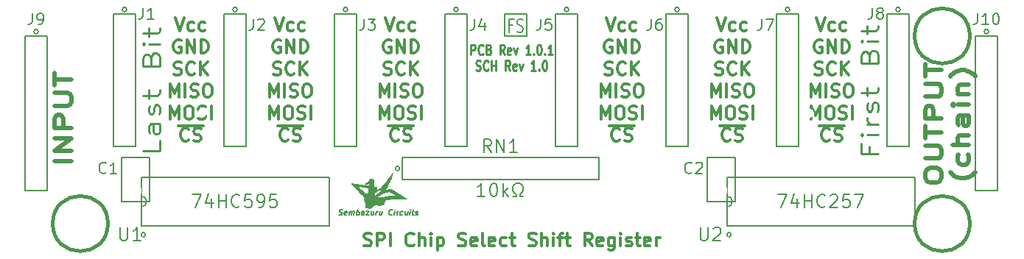
<source format=gto>
%TF.GenerationSoftware,KiCad,Pcbnew,(2015-07-26 BZR 5996)-product*%
%TF.CreationDate,2015-09-04T23:47:58-04:00*%
%TF.JobID,SPI shift register CS,53504920736869667420726567697374,1.0.1*%
%TF.FileFunction,Legend,Top*%
%FSLAX46Y46*%
G04 Gerber Fmt 4.6, Leading zero omitted, Abs format (unit mm)*
G04 Created by KiCad (PCBNEW (2015-07-26 BZR 5996)-product) date 2015-09-04 23:47:58*
%MOMM*%
G01*
G04 APERTURE LIST*
%ADD10C,0.050800*%
%ADD11C,0.300000*%
%ADD12C,0.222250*%
%ADD13C,0.158750*%
%ADD14C,0.254000*%
%ADD15C,0.476250*%
%ADD16C,0.203200*%
%ADD17C,0.150000*%
%ADD18C,0.002540*%
%ADD19C,0.381000*%
%ADD20C,0.508000*%
%ADD21C,0.200000*%
%ADD22R,6.604000X6.604000*%
%ADD23R,1.270000X1.397000*%
%ADD24R,1.524000X1.524000*%
%ADD25R,1.397000X1.270000*%
%ADD26R,1.374140X1.374140*%
%ADD27C,1.452880*%
%ADD28R,1.854200X1.854200*%
%ADD29C,1.854200*%
%ADD30R,1.424000X1.424000*%
%ADD31C,1.424000*%
%ADD32R,1.454000X1.454000*%
%ADD33C,1.454000*%
%ADD34C,2.694000*%
%ADD35C,1.041400*%
G04 APERTURE END LIST*
D10*
D11*
X80764286Y-1718571D02*
X81264286Y-3218571D01*
X81764286Y-1718571D01*
X82907143Y-3147143D02*
X82764286Y-3218571D01*
X82478572Y-3218571D01*
X82335714Y-3147143D01*
X82264286Y-3075714D01*
X82192857Y-2932857D01*
X82192857Y-2504286D01*
X82264286Y-2361429D01*
X82335714Y-2290000D01*
X82478572Y-2218571D01*
X82764286Y-2218571D01*
X82907143Y-2290000D01*
X84192857Y-3147143D02*
X84050000Y-3218571D01*
X83764286Y-3218571D01*
X83621428Y-3147143D01*
X83550000Y-3075714D01*
X83478571Y-2932857D01*
X83478571Y-2504286D01*
X83550000Y-2361429D01*
X83621428Y-2290000D01*
X83764286Y-2218571D01*
X84050000Y-2218571D01*
X84192857Y-2290000D01*
X81407143Y-4330000D02*
X81264286Y-4258571D01*
X81050000Y-4258571D01*
X80835715Y-4330000D01*
X80692857Y-4472857D01*
X80621429Y-4615714D01*
X80550000Y-4901429D01*
X80550000Y-5115714D01*
X80621429Y-5401429D01*
X80692857Y-5544286D01*
X80835715Y-5687143D01*
X81050000Y-5758571D01*
X81192857Y-5758571D01*
X81407143Y-5687143D01*
X81478572Y-5615714D01*
X81478572Y-5115714D01*
X81192857Y-5115714D01*
X82121429Y-5758571D02*
X82121429Y-4258571D01*
X82978572Y-5758571D01*
X82978572Y-4258571D01*
X83692858Y-5758571D02*
X83692858Y-4258571D01*
X84050001Y-4258571D01*
X84264286Y-4330000D01*
X84407144Y-4472857D01*
X84478572Y-4615714D01*
X84550001Y-4901429D01*
X84550001Y-5115714D01*
X84478572Y-5401429D01*
X84407144Y-5544286D01*
X84264286Y-5687143D01*
X84050001Y-5758571D01*
X83692858Y-5758571D01*
X80621429Y-8227143D02*
X80835715Y-8298571D01*
X81192858Y-8298571D01*
X81335715Y-8227143D01*
X81407144Y-8155714D01*
X81478572Y-8012857D01*
X81478572Y-7870000D01*
X81407144Y-7727143D01*
X81335715Y-7655714D01*
X81192858Y-7584286D01*
X80907144Y-7512857D01*
X80764286Y-7441429D01*
X80692858Y-7370000D01*
X80621429Y-7227143D01*
X80621429Y-7084286D01*
X80692858Y-6941429D01*
X80764286Y-6870000D01*
X80907144Y-6798571D01*
X81264286Y-6798571D01*
X81478572Y-6870000D01*
X82978572Y-8155714D02*
X82907143Y-8227143D01*
X82692857Y-8298571D01*
X82550000Y-8298571D01*
X82335715Y-8227143D01*
X82192857Y-8084286D01*
X82121429Y-7941429D01*
X82050000Y-7655714D01*
X82050000Y-7441429D01*
X82121429Y-7155714D01*
X82192857Y-7012857D01*
X82335715Y-6870000D01*
X82550000Y-6798571D01*
X82692857Y-6798571D01*
X82907143Y-6870000D01*
X82978572Y-6941429D01*
X83621429Y-8298571D02*
X83621429Y-6798571D01*
X84478572Y-8298571D02*
X83835715Y-7441429D01*
X84478572Y-6798571D02*
X83621429Y-7655714D01*
X80192857Y-10838571D02*
X80192857Y-9338571D01*
X80692857Y-10410000D01*
X81192857Y-9338571D01*
X81192857Y-10838571D01*
X81907143Y-10838571D02*
X81907143Y-9338571D01*
X82550000Y-10767143D02*
X82764286Y-10838571D01*
X83121429Y-10838571D01*
X83264286Y-10767143D01*
X83335715Y-10695714D01*
X83407143Y-10552857D01*
X83407143Y-10410000D01*
X83335715Y-10267143D01*
X83264286Y-10195714D01*
X83121429Y-10124286D01*
X82835715Y-10052857D01*
X82692857Y-9981429D01*
X82621429Y-9910000D01*
X82550000Y-9767143D01*
X82550000Y-9624286D01*
X82621429Y-9481429D01*
X82692857Y-9410000D01*
X82835715Y-9338571D01*
X83192857Y-9338571D01*
X83407143Y-9410000D01*
X84335714Y-9338571D02*
X84621428Y-9338571D01*
X84764286Y-9410000D01*
X84907143Y-9552857D01*
X84978571Y-9838571D01*
X84978571Y-10338571D01*
X84907143Y-10624286D01*
X84764286Y-10767143D01*
X84621428Y-10838571D01*
X84335714Y-10838571D01*
X84192857Y-10767143D01*
X84050000Y-10624286D01*
X83978571Y-10338571D01*
X83978571Y-9838571D01*
X84050000Y-9552857D01*
X84192857Y-9410000D01*
X84335714Y-9338571D01*
X80192857Y-13378571D02*
X80192857Y-11878571D01*
X80692857Y-12950000D01*
X81192857Y-11878571D01*
X81192857Y-13378571D01*
X82192857Y-11878571D02*
X82478571Y-11878571D01*
X82621429Y-11950000D01*
X82764286Y-12092857D01*
X82835714Y-12378571D01*
X82835714Y-12878571D01*
X82764286Y-13164286D01*
X82621429Y-13307143D01*
X82478571Y-13378571D01*
X82192857Y-13378571D01*
X82050000Y-13307143D01*
X81907143Y-13164286D01*
X81835714Y-12878571D01*
X81835714Y-12378571D01*
X81907143Y-12092857D01*
X82050000Y-11950000D01*
X82192857Y-11878571D01*
X83407143Y-13307143D02*
X83621429Y-13378571D01*
X83978572Y-13378571D01*
X84121429Y-13307143D01*
X84192858Y-13235714D01*
X84264286Y-13092857D01*
X84264286Y-12950000D01*
X84192858Y-12807143D01*
X84121429Y-12735714D01*
X83978572Y-12664286D01*
X83692858Y-12592857D01*
X83550000Y-12521429D01*
X83478572Y-12450000D01*
X83407143Y-12307143D01*
X83407143Y-12164286D01*
X83478572Y-12021429D01*
X83550000Y-11950000D01*
X83692858Y-11878571D01*
X84050000Y-11878571D01*
X84264286Y-11950000D01*
X84907143Y-13378571D02*
X84907143Y-11878571D01*
X82300001Y-15775714D02*
X82228572Y-15847143D01*
X82014286Y-15918571D01*
X81871429Y-15918571D01*
X81657144Y-15847143D01*
X81514286Y-15704286D01*
X81442858Y-15561429D01*
X81371429Y-15275714D01*
X81371429Y-15061429D01*
X81442858Y-14775714D01*
X81514286Y-14632857D01*
X81657144Y-14490000D01*
X81871429Y-14418571D01*
X82014286Y-14418571D01*
X82228572Y-14490000D01*
X82300001Y-14561429D01*
X82871429Y-15847143D02*
X83085715Y-15918571D01*
X83442858Y-15918571D01*
X83585715Y-15847143D01*
X83657144Y-15775714D01*
X83728572Y-15632857D01*
X83728572Y-15490000D01*
X83657144Y-15347143D01*
X83585715Y-15275714D01*
X83442858Y-15204286D01*
X83157144Y-15132857D01*
X83014286Y-15061429D01*
X82942858Y-14990000D01*
X82871429Y-14847143D01*
X82871429Y-14704286D01*
X82942858Y-14561429D01*
X83014286Y-14490000D01*
X83157144Y-14418571D01*
X83514286Y-14418571D01*
X83728572Y-14490000D01*
X81085715Y-14160000D02*
X84014286Y-14160000D01*
X31500001Y-15775714D02*
X31428572Y-15847143D01*
X31214286Y-15918571D01*
X31071429Y-15918571D01*
X30857144Y-15847143D01*
X30714286Y-15704286D01*
X30642858Y-15561429D01*
X30571429Y-15275714D01*
X30571429Y-15061429D01*
X30642858Y-14775714D01*
X30714286Y-14632857D01*
X30857144Y-14490000D01*
X31071429Y-14418571D01*
X31214286Y-14418571D01*
X31428572Y-14490000D01*
X31500001Y-14561429D01*
X32071429Y-15847143D02*
X32285715Y-15918571D01*
X32642858Y-15918571D01*
X32785715Y-15847143D01*
X32857144Y-15775714D01*
X32928572Y-15632857D01*
X32928572Y-15490000D01*
X32857144Y-15347143D01*
X32785715Y-15275714D01*
X32642858Y-15204286D01*
X32357144Y-15132857D01*
X32214286Y-15061429D01*
X32142858Y-14990000D01*
X32071429Y-14847143D01*
X32071429Y-14704286D01*
X32142858Y-14561429D01*
X32214286Y-14490000D01*
X32357144Y-14418571D01*
X32714286Y-14418571D01*
X32928572Y-14490000D01*
X30285715Y-14160000D02*
X33214286Y-14160000D01*
X29392857Y-13378571D02*
X29392857Y-11878571D01*
X29892857Y-12950000D01*
X30392857Y-11878571D01*
X30392857Y-13378571D01*
X31392857Y-11878571D02*
X31678571Y-11878571D01*
X31821429Y-11950000D01*
X31964286Y-12092857D01*
X32035714Y-12378571D01*
X32035714Y-12878571D01*
X31964286Y-13164286D01*
X31821429Y-13307143D01*
X31678571Y-13378571D01*
X31392857Y-13378571D01*
X31250000Y-13307143D01*
X31107143Y-13164286D01*
X31035714Y-12878571D01*
X31035714Y-12378571D01*
X31107143Y-12092857D01*
X31250000Y-11950000D01*
X31392857Y-11878571D01*
X32607143Y-13307143D02*
X32821429Y-13378571D01*
X33178572Y-13378571D01*
X33321429Y-13307143D01*
X33392858Y-13235714D01*
X33464286Y-13092857D01*
X33464286Y-12950000D01*
X33392858Y-12807143D01*
X33321429Y-12735714D01*
X33178572Y-12664286D01*
X32892858Y-12592857D01*
X32750000Y-12521429D01*
X32678572Y-12450000D01*
X32607143Y-12307143D01*
X32607143Y-12164286D01*
X32678572Y-12021429D01*
X32750000Y-11950000D01*
X32892858Y-11878571D01*
X33250000Y-11878571D01*
X33464286Y-11950000D01*
X34107143Y-13378571D02*
X34107143Y-11878571D01*
X29392857Y-10838571D02*
X29392857Y-9338571D01*
X29892857Y-10410000D01*
X30392857Y-9338571D01*
X30392857Y-10838571D01*
X31107143Y-10838571D02*
X31107143Y-9338571D01*
X31750000Y-10767143D02*
X31964286Y-10838571D01*
X32321429Y-10838571D01*
X32464286Y-10767143D01*
X32535715Y-10695714D01*
X32607143Y-10552857D01*
X32607143Y-10410000D01*
X32535715Y-10267143D01*
X32464286Y-10195714D01*
X32321429Y-10124286D01*
X32035715Y-10052857D01*
X31892857Y-9981429D01*
X31821429Y-9910000D01*
X31750000Y-9767143D01*
X31750000Y-9624286D01*
X31821429Y-9481429D01*
X31892857Y-9410000D01*
X32035715Y-9338571D01*
X32392857Y-9338571D01*
X32607143Y-9410000D01*
X33535714Y-9338571D02*
X33821428Y-9338571D01*
X33964286Y-9410000D01*
X34107143Y-9552857D01*
X34178571Y-9838571D01*
X34178571Y-10338571D01*
X34107143Y-10624286D01*
X33964286Y-10767143D01*
X33821428Y-10838571D01*
X33535714Y-10838571D01*
X33392857Y-10767143D01*
X33250000Y-10624286D01*
X33178571Y-10338571D01*
X33178571Y-9838571D01*
X33250000Y-9552857D01*
X33392857Y-9410000D01*
X33535714Y-9338571D01*
X29821429Y-8227143D02*
X30035715Y-8298571D01*
X30392858Y-8298571D01*
X30535715Y-8227143D01*
X30607144Y-8155714D01*
X30678572Y-8012857D01*
X30678572Y-7870000D01*
X30607144Y-7727143D01*
X30535715Y-7655714D01*
X30392858Y-7584286D01*
X30107144Y-7512857D01*
X29964286Y-7441429D01*
X29892858Y-7370000D01*
X29821429Y-7227143D01*
X29821429Y-7084286D01*
X29892858Y-6941429D01*
X29964286Y-6870000D01*
X30107144Y-6798571D01*
X30464286Y-6798571D01*
X30678572Y-6870000D01*
X32178572Y-8155714D02*
X32107143Y-8227143D01*
X31892857Y-8298571D01*
X31750000Y-8298571D01*
X31535715Y-8227143D01*
X31392857Y-8084286D01*
X31321429Y-7941429D01*
X31250000Y-7655714D01*
X31250000Y-7441429D01*
X31321429Y-7155714D01*
X31392857Y-7012857D01*
X31535715Y-6870000D01*
X31750000Y-6798571D01*
X31892857Y-6798571D01*
X32107143Y-6870000D01*
X32178572Y-6941429D01*
X32821429Y-8298571D02*
X32821429Y-6798571D01*
X33678572Y-8298571D02*
X33035715Y-7441429D01*
X33678572Y-6798571D02*
X32821429Y-7655714D01*
X30607143Y-4330000D02*
X30464286Y-4258571D01*
X30250000Y-4258571D01*
X30035715Y-4330000D01*
X29892857Y-4472857D01*
X29821429Y-4615714D01*
X29750000Y-4901429D01*
X29750000Y-5115714D01*
X29821429Y-5401429D01*
X29892857Y-5544286D01*
X30035715Y-5687143D01*
X30250000Y-5758571D01*
X30392857Y-5758571D01*
X30607143Y-5687143D01*
X30678572Y-5615714D01*
X30678572Y-5115714D01*
X30392857Y-5115714D01*
X31321429Y-5758571D02*
X31321429Y-4258571D01*
X32178572Y-5758571D01*
X32178572Y-4258571D01*
X32892858Y-5758571D02*
X32892858Y-4258571D01*
X33250001Y-4258571D01*
X33464286Y-4330000D01*
X33607144Y-4472857D01*
X33678572Y-4615714D01*
X33750001Y-4901429D01*
X33750001Y-5115714D01*
X33678572Y-5401429D01*
X33607144Y-5544286D01*
X33464286Y-5687143D01*
X33250001Y-5758571D01*
X32892858Y-5758571D01*
X29964286Y-1718571D02*
X30464286Y-3218571D01*
X30964286Y-1718571D01*
X32107143Y-3147143D02*
X31964286Y-3218571D01*
X31678572Y-3218571D01*
X31535714Y-3147143D01*
X31464286Y-3075714D01*
X31392857Y-2932857D01*
X31392857Y-2504286D01*
X31464286Y-2361429D01*
X31535714Y-2290000D01*
X31678572Y-2218571D01*
X31964286Y-2218571D01*
X32107143Y-2290000D01*
X33392857Y-3147143D02*
X33250000Y-3218571D01*
X32964286Y-3218571D01*
X32821428Y-3147143D01*
X32750000Y-3075714D01*
X32678571Y-2932857D01*
X32678571Y-2504286D01*
X32750000Y-2361429D01*
X32821428Y-2290000D01*
X32964286Y-2218571D01*
X33250000Y-2218571D01*
X33392857Y-2290000D01*
X20070001Y-15775714D02*
X19998572Y-15847143D01*
X19784286Y-15918571D01*
X19641429Y-15918571D01*
X19427144Y-15847143D01*
X19284286Y-15704286D01*
X19212858Y-15561429D01*
X19141429Y-15275714D01*
X19141429Y-15061429D01*
X19212858Y-14775714D01*
X19284286Y-14632857D01*
X19427144Y-14490000D01*
X19641429Y-14418571D01*
X19784286Y-14418571D01*
X19998572Y-14490000D01*
X20070001Y-14561429D01*
X20641429Y-15847143D02*
X20855715Y-15918571D01*
X21212858Y-15918571D01*
X21355715Y-15847143D01*
X21427144Y-15775714D01*
X21498572Y-15632857D01*
X21498572Y-15490000D01*
X21427144Y-15347143D01*
X21355715Y-15275714D01*
X21212858Y-15204286D01*
X20927144Y-15132857D01*
X20784286Y-15061429D01*
X20712858Y-14990000D01*
X20641429Y-14847143D01*
X20641429Y-14704286D01*
X20712858Y-14561429D01*
X20784286Y-14490000D01*
X20927144Y-14418571D01*
X21284286Y-14418571D01*
X21498572Y-14490000D01*
X18855715Y-14160000D02*
X21784286Y-14160000D01*
X17962857Y-13378571D02*
X17962857Y-11878571D01*
X18462857Y-12950000D01*
X18962857Y-11878571D01*
X18962857Y-13378571D01*
X19962857Y-11878571D02*
X20248571Y-11878571D01*
X20391429Y-11950000D01*
X20534286Y-12092857D01*
X20605714Y-12378571D01*
X20605714Y-12878571D01*
X20534286Y-13164286D01*
X20391429Y-13307143D01*
X20248571Y-13378571D01*
X19962857Y-13378571D01*
X19820000Y-13307143D01*
X19677143Y-13164286D01*
X19605714Y-12878571D01*
X19605714Y-12378571D01*
X19677143Y-12092857D01*
X19820000Y-11950000D01*
X19962857Y-11878571D01*
X21177143Y-13307143D02*
X21391429Y-13378571D01*
X21748572Y-13378571D01*
X21891429Y-13307143D01*
X21962858Y-13235714D01*
X22034286Y-13092857D01*
X22034286Y-12950000D01*
X21962858Y-12807143D01*
X21891429Y-12735714D01*
X21748572Y-12664286D01*
X21462858Y-12592857D01*
X21320000Y-12521429D01*
X21248572Y-12450000D01*
X21177143Y-12307143D01*
X21177143Y-12164286D01*
X21248572Y-12021429D01*
X21320000Y-11950000D01*
X21462858Y-11878571D01*
X21820000Y-11878571D01*
X22034286Y-11950000D01*
X22677143Y-13378571D02*
X22677143Y-11878571D01*
X17962857Y-10838571D02*
X17962857Y-9338571D01*
X18462857Y-10410000D01*
X18962857Y-9338571D01*
X18962857Y-10838571D01*
X19677143Y-10838571D02*
X19677143Y-9338571D01*
X20320000Y-10767143D02*
X20534286Y-10838571D01*
X20891429Y-10838571D01*
X21034286Y-10767143D01*
X21105715Y-10695714D01*
X21177143Y-10552857D01*
X21177143Y-10410000D01*
X21105715Y-10267143D01*
X21034286Y-10195714D01*
X20891429Y-10124286D01*
X20605715Y-10052857D01*
X20462857Y-9981429D01*
X20391429Y-9910000D01*
X20320000Y-9767143D01*
X20320000Y-9624286D01*
X20391429Y-9481429D01*
X20462857Y-9410000D01*
X20605715Y-9338571D01*
X20962857Y-9338571D01*
X21177143Y-9410000D01*
X22105714Y-9338571D02*
X22391428Y-9338571D01*
X22534286Y-9410000D01*
X22677143Y-9552857D01*
X22748571Y-9838571D01*
X22748571Y-10338571D01*
X22677143Y-10624286D01*
X22534286Y-10767143D01*
X22391428Y-10838571D01*
X22105714Y-10838571D01*
X21962857Y-10767143D01*
X21820000Y-10624286D01*
X21748571Y-10338571D01*
X21748571Y-9838571D01*
X21820000Y-9552857D01*
X21962857Y-9410000D01*
X22105714Y-9338571D01*
X18391429Y-8227143D02*
X18605715Y-8298571D01*
X18962858Y-8298571D01*
X19105715Y-8227143D01*
X19177144Y-8155714D01*
X19248572Y-8012857D01*
X19248572Y-7870000D01*
X19177144Y-7727143D01*
X19105715Y-7655714D01*
X18962858Y-7584286D01*
X18677144Y-7512857D01*
X18534286Y-7441429D01*
X18462858Y-7370000D01*
X18391429Y-7227143D01*
X18391429Y-7084286D01*
X18462858Y-6941429D01*
X18534286Y-6870000D01*
X18677144Y-6798571D01*
X19034286Y-6798571D01*
X19248572Y-6870000D01*
X20748572Y-8155714D02*
X20677143Y-8227143D01*
X20462857Y-8298571D01*
X20320000Y-8298571D01*
X20105715Y-8227143D01*
X19962857Y-8084286D01*
X19891429Y-7941429D01*
X19820000Y-7655714D01*
X19820000Y-7441429D01*
X19891429Y-7155714D01*
X19962857Y-7012857D01*
X20105715Y-6870000D01*
X20320000Y-6798571D01*
X20462857Y-6798571D01*
X20677143Y-6870000D01*
X20748572Y-6941429D01*
X21391429Y-8298571D02*
X21391429Y-6798571D01*
X22248572Y-8298571D02*
X21605715Y-7441429D01*
X22248572Y-6798571D02*
X21391429Y-7655714D01*
X19177143Y-4330000D02*
X19034286Y-4258571D01*
X18820000Y-4258571D01*
X18605715Y-4330000D01*
X18462857Y-4472857D01*
X18391429Y-4615714D01*
X18320000Y-4901429D01*
X18320000Y-5115714D01*
X18391429Y-5401429D01*
X18462857Y-5544286D01*
X18605715Y-5687143D01*
X18820000Y-5758571D01*
X18962857Y-5758571D01*
X19177143Y-5687143D01*
X19248572Y-5615714D01*
X19248572Y-5115714D01*
X18962857Y-5115714D01*
X19891429Y-5758571D02*
X19891429Y-4258571D01*
X20748572Y-5758571D01*
X20748572Y-4258571D01*
X21462858Y-5758571D02*
X21462858Y-4258571D01*
X21820001Y-4258571D01*
X22034286Y-4330000D01*
X22177144Y-4472857D01*
X22248572Y-4615714D01*
X22320001Y-4901429D01*
X22320001Y-5115714D01*
X22248572Y-5401429D01*
X22177144Y-5544286D01*
X22034286Y-5687143D01*
X21820001Y-5758571D01*
X21462858Y-5758571D01*
X18534286Y-1718571D02*
X19034286Y-3218571D01*
X19534286Y-1718571D01*
X20677143Y-3147143D02*
X20534286Y-3218571D01*
X20248572Y-3218571D01*
X20105714Y-3147143D01*
X20034286Y-3075714D01*
X19962857Y-2932857D01*
X19962857Y-2504286D01*
X20034286Y-2361429D01*
X20105714Y-2290000D01*
X20248572Y-2218571D01*
X20534286Y-2218571D01*
X20677143Y-2290000D01*
X21962857Y-3147143D02*
X21820000Y-3218571D01*
X21534286Y-3218571D01*
X21391428Y-3147143D01*
X21320000Y-3075714D01*
X21248571Y-2932857D01*
X21248571Y-2504286D01*
X21320000Y-2361429D01*
X21391428Y-2290000D01*
X21534286Y-2218571D01*
X21820000Y-2218571D01*
X21962857Y-2290000D01*
X42664286Y-1718571D02*
X43164286Y-3218571D01*
X43664286Y-1718571D01*
X44807143Y-3147143D02*
X44664286Y-3218571D01*
X44378572Y-3218571D01*
X44235714Y-3147143D01*
X44164286Y-3075714D01*
X44092857Y-2932857D01*
X44092857Y-2504286D01*
X44164286Y-2361429D01*
X44235714Y-2290000D01*
X44378572Y-2218571D01*
X44664286Y-2218571D01*
X44807143Y-2290000D01*
X46092857Y-3147143D02*
X45950000Y-3218571D01*
X45664286Y-3218571D01*
X45521428Y-3147143D01*
X45450000Y-3075714D01*
X45378571Y-2932857D01*
X45378571Y-2504286D01*
X45450000Y-2361429D01*
X45521428Y-2290000D01*
X45664286Y-2218571D01*
X45950000Y-2218571D01*
X46092857Y-2290000D01*
X43307143Y-4330000D02*
X43164286Y-4258571D01*
X42950000Y-4258571D01*
X42735715Y-4330000D01*
X42592857Y-4472857D01*
X42521429Y-4615714D01*
X42450000Y-4901429D01*
X42450000Y-5115714D01*
X42521429Y-5401429D01*
X42592857Y-5544286D01*
X42735715Y-5687143D01*
X42950000Y-5758571D01*
X43092857Y-5758571D01*
X43307143Y-5687143D01*
X43378572Y-5615714D01*
X43378572Y-5115714D01*
X43092857Y-5115714D01*
X44021429Y-5758571D02*
X44021429Y-4258571D01*
X44878572Y-5758571D01*
X44878572Y-4258571D01*
X45592858Y-5758571D02*
X45592858Y-4258571D01*
X45950001Y-4258571D01*
X46164286Y-4330000D01*
X46307144Y-4472857D01*
X46378572Y-4615714D01*
X46450001Y-4901429D01*
X46450001Y-5115714D01*
X46378572Y-5401429D01*
X46307144Y-5544286D01*
X46164286Y-5687143D01*
X45950001Y-5758571D01*
X45592858Y-5758571D01*
X42521429Y-8227143D02*
X42735715Y-8298571D01*
X43092858Y-8298571D01*
X43235715Y-8227143D01*
X43307144Y-8155714D01*
X43378572Y-8012857D01*
X43378572Y-7870000D01*
X43307144Y-7727143D01*
X43235715Y-7655714D01*
X43092858Y-7584286D01*
X42807144Y-7512857D01*
X42664286Y-7441429D01*
X42592858Y-7370000D01*
X42521429Y-7227143D01*
X42521429Y-7084286D01*
X42592858Y-6941429D01*
X42664286Y-6870000D01*
X42807144Y-6798571D01*
X43164286Y-6798571D01*
X43378572Y-6870000D01*
X44878572Y-8155714D02*
X44807143Y-8227143D01*
X44592857Y-8298571D01*
X44450000Y-8298571D01*
X44235715Y-8227143D01*
X44092857Y-8084286D01*
X44021429Y-7941429D01*
X43950000Y-7655714D01*
X43950000Y-7441429D01*
X44021429Y-7155714D01*
X44092857Y-7012857D01*
X44235715Y-6870000D01*
X44450000Y-6798571D01*
X44592857Y-6798571D01*
X44807143Y-6870000D01*
X44878572Y-6941429D01*
X45521429Y-8298571D02*
X45521429Y-6798571D01*
X46378572Y-8298571D02*
X45735715Y-7441429D01*
X46378572Y-6798571D02*
X45521429Y-7655714D01*
X42092857Y-10838571D02*
X42092857Y-9338571D01*
X42592857Y-10410000D01*
X43092857Y-9338571D01*
X43092857Y-10838571D01*
X43807143Y-10838571D02*
X43807143Y-9338571D01*
X44450000Y-10767143D02*
X44664286Y-10838571D01*
X45021429Y-10838571D01*
X45164286Y-10767143D01*
X45235715Y-10695714D01*
X45307143Y-10552857D01*
X45307143Y-10410000D01*
X45235715Y-10267143D01*
X45164286Y-10195714D01*
X45021429Y-10124286D01*
X44735715Y-10052857D01*
X44592857Y-9981429D01*
X44521429Y-9910000D01*
X44450000Y-9767143D01*
X44450000Y-9624286D01*
X44521429Y-9481429D01*
X44592857Y-9410000D01*
X44735715Y-9338571D01*
X45092857Y-9338571D01*
X45307143Y-9410000D01*
X46235714Y-9338571D02*
X46521428Y-9338571D01*
X46664286Y-9410000D01*
X46807143Y-9552857D01*
X46878571Y-9838571D01*
X46878571Y-10338571D01*
X46807143Y-10624286D01*
X46664286Y-10767143D01*
X46521428Y-10838571D01*
X46235714Y-10838571D01*
X46092857Y-10767143D01*
X45950000Y-10624286D01*
X45878571Y-10338571D01*
X45878571Y-9838571D01*
X45950000Y-9552857D01*
X46092857Y-9410000D01*
X46235714Y-9338571D01*
X42092857Y-13378571D02*
X42092857Y-11878571D01*
X42592857Y-12950000D01*
X43092857Y-11878571D01*
X43092857Y-13378571D01*
X44092857Y-11878571D02*
X44378571Y-11878571D01*
X44521429Y-11950000D01*
X44664286Y-12092857D01*
X44735714Y-12378571D01*
X44735714Y-12878571D01*
X44664286Y-13164286D01*
X44521429Y-13307143D01*
X44378571Y-13378571D01*
X44092857Y-13378571D01*
X43950000Y-13307143D01*
X43807143Y-13164286D01*
X43735714Y-12878571D01*
X43735714Y-12378571D01*
X43807143Y-12092857D01*
X43950000Y-11950000D01*
X44092857Y-11878571D01*
X45307143Y-13307143D02*
X45521429Y-13378571D01*
X45878572Y-13378571D01*
X46021429Y-13307143D01*
X46092858Y-13235714D01*
X46164286Y-13092857D01*
X46164286Y-12950000D01*
X46092858Y-12807143D01*
X46021429Y-12735714D01*
X45878572Y-12664286D01*
X45592858Y-12592857D01*
X45450000Y-12521429D01*
X45378572Y-12450000D01*
X45307143Y-12307143D01*
X45307143Y-12164286D01*
X45378572Y-12021429D01*
X45450000Y-11950000D01*
X45592858Y-11878571D01*
X45950000Y-11878571D01*
X46164286Y-11950000D01*
X46807143Y-13378571D02*
X46807143Y-11878571D01*
X44200001Y-15775714D02*
X44128572Y-15847143D01*
X43914286Y-15918571D01*
X43771429Y-15918571D01*
X43557144Y-15847143D01*
X43414286Y-15704286D01*
X43342858Y-15561429D01*
X43271429Y-15275714D01*
X43271429Y-15061429D01*
X43342858Y-14775714D01*
X43414286Y-14632857D01*
X43557144Y-14490000D01*
X43771429Y-14418571D01*
X43914286Y-14418571D01*
X44128572Y-14490000D01*
X44200001Y-14561429D01*
X44771429Y-15847143D02*
X44985715Y-15918571D01*
X45342858Y-15918571D01*
X45485715Y-15847143D01*
X45557144Y-15775714D01*
X45628572Y-15632857D01*
X45628572Y-15490000D01*
X45557144Y-15347143D01*
X45485715Y-15275714D01*
X45342858Y-15204286D01*
X45057144Y-15132857D01*
X44914286Y-15061429D01*
X44842858Y-14990000D01*
X44771429Y-14847143D01*
X44771429Y-14704286D01*
X44842858Y-14561429D01*
X44914286Y-14490000D01*
X45057144Y-14418571D01*
X45414286Y-14418571D01*
X45628572Y-14490000D01*
X42985715Y-14160000D02*
X45914286Y-14160000D01*
X92194286Y-1718571D02*
X92694286Y-3218571D01*
X93194286Y-1718571D01*
X94337143Y-3147143D02*
X94194286Y-3218571D01*
X93908572Y-3218571D01*
X93765714Y-3147143D01*
X93694286Y-3075714D01*
X93622857Y-2932857D01*
X93622857Y-2504286D01*
X93694286Y-2361429D01*
X93765714Y-2290000D01*
X93908572Y-2218571D01*
X94194286Y-2218571D01*
X94337143Y-2290000D01*
X95622857Y-3147143D02*
X95480000Y-3218571D01*
X95194286Y-3218571D01*
X95051428Y-3147143D01*
X94980000Y-3075714D01*
X94908571Y-2932857D01*
X94908571Y-2504286D01*
X94980000Y-2361429D01*
X95051428Y-2290000D01*
X95194286Y-2218571D01*
X95480000Y-2218571D01*
X95622857Y-2290000D01*
X92837143Y-4330000D02*
X92694286Y-4258571D01*
X92480000Y-4258571D01*
X92265715Y-4330000D01*
X92122857Y-4472857D01*
X92051429Y-4615714D01*
X91980000Y-4901429D01*
X91980000Y-5115714D01*
X92051429Y-5401429D01*
X92122857Y-5544286D01*
X92265715Y-5687143D01*
X92480000Y-5758571D01*
X92622857Y-5758571D01*
X92837143Y-5687143D01*
X92908572Y-5615714D01*
X92908572Y-5115714D01*
X92622857Y-5115714D01*
X93551429Y-5758571D02*
X93551429Y-4258571D01*
X94408572Y-5758571D01*
X94408572Y-4258571D01*
X95122858Y-5758571D02*
X95122858Y-4258571D01*
X95480001Y-4258571D01*
X95694286Y-4330000D01*
X95837144Y-4472857D01*
X95908572Y-4615714D01*
X95980001Y-4901429D01*
X95980001Y-5115714D01*
X95908572Y-5401429D01*
X95837144Y-5544286D01*
X95694286Y-5687143D01*
X95480001Y-5758571D01*
X95122858Y-5758571D01*
X92051429Y-8227143D02*
X92265715Y-8298571D01*
X92622858Y-8298571D01*
X92765715Y-8227143D01*
X92837144Y-8155714D01*
X92908572Y-8012857D01*
X92908572Y-7870000D01*
X92837144Y-7727143D01*
X92765715Y-7655714D01*
X92622858Y-7584286D01*
X92337144Y-7512857D01*
X92194286Y-7441429D01*
X92122858Y-7370000D01*
X92051429Y-7227143D01*
X92051429Y-7084286D01*
X92122858Y-6941429D01*
X92194286Y-6870000D01*
X92337144Y-6798571D01*
X92694286Y-6798571D01*
X92908572Y-6870000D01*
X94408572Y-8155714D02*
X94337143Y-8227143D01*
X94122857Y-8298571D01*
X93980000Y-8298571D01*
X93765715Y-8227143D01*
X93622857Y-8084286D01*
X93551429Y-7941429D01*
X93480000Y-7655714D01*
X93480000Y-7441429D01*
X93551429Y-7155714D01*
X93622857Y-7012857D01*
X93765715Y-6870000D01*
X93980000Y-6798571D01*
X94122857Y-6798571D01*
X94337143Y-6870000D01*
X94408572Y-6941429D01*
X95051429Y-8298571D02*
X95051429Y-6798571D01*
X95908572Y-8298571D02*
X95265715Y-7441429D01*
X95908572Y-6798571D02*
X95051429Y-7655714D01*
X91622857Y-10838571D02*
X91622857Y-9338571D01*
X92122857Y-10410000D01*
X92622857Y-9338571D01*
X92622857Y-10838571D01*
X93337143Y-10838571D02*
X93337143Y-9338571D01*
X93980000Y-10767143D02*
X94194286Y-10838571D01*
X94551429Y-10838571D01*
X94694286Y-10767143D01*
X94765715Y-10695714D01*
X94837143Y-10552857D01*
X94837143Y-10410000D01*
X94765715Y-10267143D01*
X94694286Y-10195714D01*
X94551429Y-10124286D01*
X94265715Y-10052857D01*
X94122857Y-9981429D01*
X94051429Y-9910000D01*
X93980000Y-9767143D01*
X93980000Y-9624286D01*
X94051429Y-9481429D01*
X94122857Y-9410000D01*
X94265715Y-9338571D01*
X94622857Y-9338571D01*
X94837143Y-9410000D01*
X95765714Y-9338571D02*
X96051428Y-9338571D01*
X96194286Y-9410000D01*
X96337143Y-9552857D01*
X96408571Y-9838571D01*
X96408571Y-10338571D01*
X96337143Y-10624286D01*
X96194286Y-10767143D01*
X96051428Y-10838571D01*
X95765714Y-10838571D01*
X95622857Y-10767143D01*
X95480000Y-10624286D01*
X95408571Y-10338571D01*
X95408571Y-9838571D01*
X95480000Y-9552857D01*
X95622857Y-9410000D01*
X95765714Y-9338571D01*
X91622857Y-13378571D02*
X91622857Y-11878571D01*
X92122857Y-12950000D01*
X92622857Y-11878571D01*
X92622857Y-13378571D01*
X93622857Y-11878571D02*
X93908571Y-11878571D01*
X94051429Y-11950000D01*
X94194286Y-12092857D01*
X94265714Y-12378571D01*
X94265714Y-12878571D01*
X94194286Y-13164286D01*
X94051429Y-13307143D01*
X93908571Y-13378571D01*
X93622857Y-13378571D01*
X93480000Y-13307143D01*
X93337143Y-13164286D01*
X93265714Y-12878571D01*
X93265714Y-12378571D01*
X93337143Y-12092857D01*
X93480000Y-11950000D01*
X93622857Y-11878571D01*
X94837143Y-13307143D02*
X95051429Y-13378571D01*
X95408572Y-13378571D01*
X95551429Y-13307143D01*
X95622858Y-13235714D01*
X95694286Y-13092857D01*
X95694286Y-12950000D01*
X95622858Y-12807143D01*
X95551429Y-12735714D01*
X95408572Y-12664286D01*
X95122858Y-12592857D01*
X94980000Y-12521429D01*
X94908572Y-12450000D01*
X94837143Y-12307143D01*
X94837143Y-12164286D01*
X94908572Y-12021429D01*
X94980000Y-11950000D01*
X95122858Y-11878571D01*
X95480000Y-11878571D01*
X95694286Y-11950000D01*
X96337143Y-13378571D02*
X96337143Y-11878571D01*
X93730001Y-15775714D02*
X93658572Y-15847143D01*
X93444286Y-15918571D01*
X93301429Y-15918571D01*
X93087144Y-15847143D01*
X92944286Y-15704286D01*
X92872858Y-15561429D01*
X92801429Y-15275714D01*
X92801429Y-15061429D01*
X92872858Y-14775714D01*
X92944286Y-14632857D01*
X93087144Y-14490000D01*
X93301429Y-14418571D01*
X93444286Y-14418571D01*
X93658572Y-14490000D01*
X93730001Y-14561429D01*
X94301429Y-15847143D02*
X94515715Y-15918571D01*
X94872858Y-15918571D01*
X95015715Y-15847143D01*
X95087144Y-15775714D01*
X95158572Y-15632857D01*
X95158572Y-15490000D01*
X95087144Y-15347143D01*
X95015715Y-15275714D01*
X94872858Y-15204286D01*
X94587144Y-15132857D01*
X94444286Y-15061429D01*
X94372858Y-14990000D01*
X94301429Y-14847143D01*
X94301429Y-14704286D01*
X94372858Y-14561429D01*
X94444286Y-14490000D01*
X94587144Y-14418571D01*
X94944286Y-14418571D01*
X95158572Y-14490000D01*
X92515715Y-14160000D02*
X95444286Y-14160000D01*
X69600001Y-15775714D02*
X69528572Y-15847143D01*
X69314286Y-15918571D01*
X69171429Y-15918571D01*
X68957144Y-15847143D01*
X68814286Y-15704286D01*
X68742858Y-15561429D01*
X68671429Y-15275714D01*
X68671429Y-15061429D01*
X68742858Y-14775714D01*
X68814286Y-14632857D01*
X68957144Y-14490000D01*
X69171429Y-14418571D01*
X69314286Y-14418571D01*
X69528572Y-14490000D01*
X69600001Y-14561429D01*
X70171429Y-15847143D02*
X70385715Y-15918571D01*
X70742858Y-15918571D01*
X70885715Y-15847143D01*
X70957144Y-15775714D01*
X71028572Y-15632857D01*
X71028572Y-15490000D01*
X70957144Y-15347143D01*
X70885715Y-15275714D01*
X70742858Y-15204286D01*
X70457144Y-15132857D01*
X70314286Y-15061429D01*
X70242858Y-14990000D01*
X70171429Y-14847143D01*
X70171429Y-14704286D01*
X70242858Y-14561429D01*
X70314286Y-14490000D01*
X70457144Y-14418571D01*
X70814286Y-14418571D01*
X71028572Y-14490000D01*
X68385715Y-14160000D02*
X71314286Y-14160000D01*
X67492857Y-13378571D02*
X67492857Y-11878571D01*
X67992857Y-12950000D01*
X68492857Y-11878571D01*
X68492857Y-13378571D01*
X69492857Y-11878571D02*
X69778571Y-11878571D01*
X69921429Y-11950000D01*
X70064286Y-12092857D01*
X70135714Y-12378571D01*
X70135714Y-12878571D01*
X70064286Y-13164286D01*
X69921429Y-13307143D01*
X69778571Y-13378571D01*
X69492857Y-13378571D01*
X69350000Y-13307143D01*
X69207143Y-13164286D01*
X69135714Y-12878571D01*
X69135714Y-12378571D01*
X69207143Y-12092857D01*
X69350000Y-11950000D01*
X69492857Y-11878571D01*
X70707143Y-13307143D02*
X70921429Y-13378571D01*
X71278572Y-13378571D01*
X71421429Y-13307143D01*
X71492858Y-13235714D01*
X71564286Y-13092857D01*
X71564286Y-12950000D01*
X71492858Y-12807143D01*
X71421429Y-12735714D01*
X71278572Y-12664286D01*
X70992858Y-12592857D01*
X70850000Y-12521429D01*
X70778572Y-12450000D01*
X70707143Y-12307143D01*
X70707143Y-12164286D01*
X70778572Y-12021429D01*
X70850000Y-11950000D01*
X70992858Y-11878571D01*
X71350000Y-11878571D01*
X71564286Y-11950000D01*
X72207143Y-13378571D02*
X72207143Y-11878571D01*
X67492857Y-10838571D02*
X67492857Y-9338571D01*
X67992857Y-10410000D01*
X68492857Y-9338571D01*
X68492857Y-10838571D01*
X69207143Y-10838571D02*
X69207143Y-9338571D01*
X69850000Y-10767143D02*
X70064286Y-10838571D01*
X70421429Y-10838571D01*
X70564286Y-10767143D01*
X70635715Y-10695714D01*
X70707143Y-10552857D01*
X70707143Y-10410000D01*
X70635715Y-10267143D01*
X70564286Y-10195714D01*
X70421429Y-10124286D01*
X70135715Y-10052857D01*
X69992857Y-9981429D01*
X69921429Y-9910000D01*
X69850000Y-9767143D01*
X69850000Y-9624286D01*
X69921429Y-9481429D01*
X69992857Y-9410000D01*
X70135715Y-9338571D01*
X70492857Y-9338571D01*
X70707143Y-9410000D01*
X71635714Y-9338571D02*
X71921428Y-9338571D01*
X72064286Y-9410000D01*
X72207143Y-9552857D01*
X72278571Y-9838571D01*
X72278571Y-10338571D01*
X72207143Y-10624286D01*
X72064286Y-10767143D01*
X71921428Y-10838571D01*
X71635714Y-10838571D01*
X71492857Y-10767143D01*
X71350000Y-10624286D01*
X71278571Y-10338571D01*
X71278571Y-9838571D01*
X71350000Y-9552857D01*
X71492857Y-9410000D01*
X71635714Y-9338571D01*
X67921429Y-8227143D02*
X68135715Y-8298571D01*
X68492858Y-8298571D01*
X68635715Y-8227143D01*
X68707144Y-8155714D01*
X68778572Y-8012857D01*
X68778572Y-7870000D01*
X68707144Y-7727143D01*
X68635715Y-7655714D01*
X68492858Y-7584286D01*
X68207144Y-7512857D01*
X68064286Y-7441429D01*
X67992858Y-7370000D01*
X67921429Y-7227143D01*
X67921429Y-7084286D01*
X67992858Y-6941429D01*
X68064286Y-6870000D01*
X68207144Y-6798571D01*
X68564286Y-6798571D01*
X68778572Y-6870000D01*
X70278572Y-8155714D02*
X70207143Y-8227143D01*
X69992857Y-8298571D01*
X69850000Y-8298571D01*
X69635715Y-8227143D01*
X69492857Y-8084286D01*
X69421429Y-7941429D01*
X69350000Y-7655714D01*
X69350000Y-7441429D01*
X69421429Y-7155714D01*
X69492857Y-7012857D01*
X69635715Y-6870000D01*
X69850000Y-6798571D01*
X69992857Y-6798571D01*
X70207143Y-6870000D01*
X70278572Y-6941429D01*
X70921429Y-8298571D02*
X70921429Y-6798571D01*
X71778572Y-8298571D02*
X71135715Y-7441429D01*
X71778572Y-6798571D02*
X70921429Y-7655714D01*
X68707143Y-4330000D02*
X68564286Y-4258571D01*
X68350000Y-4258571D01*
X68135715Y-4330000D01*
X67992857Y-4472857D01*
X67921429Y-4615714D01*
X67850000Y-4901429D01*
X67850000Y-5115714D01*
X67921429Y-5401429D01*
X67992857Y-5544286D01*
X68135715Y-5687143D01*
X68350000Y-5758571D01*
X68492857Y-5758571D01*
X68707143Y-5687143D01*
X68778572Y-5615714D01*
X68778572Y-5115714D01*
X68492857Y-5115714D01*
X69421429Y-5758571D02*
X69421429Y-4258571D01*
X70278572Y-5758571D01*
X70278572Y-4258571D01*
X70992858Y-5758571D02*
X70992858Y-4258571D01*
X71350001Y-4258571D01*
X71564286Y-4330000D01*
X71707144Y-4472857D01*
X71778572Y-4615714D01*
X71850001Y-4901429D01*
X71850001Y-5115714D01*
X71778572Y-5401429D01*
X71707144Y-5544286D01*
X71564286Y-5687143D01*
X71350001Y-5758571D01*
X70992858Y-5758571D01*
X68064286Y-1718571D02*
X68564286Y-3218571D01*
X69064286Y-1718571D01*
X70207143Y-3147143D02*
X70064286Y-3218571D01*
X69778572Y-3218571D01*
X69635714Y-3147143D01*
X69564286Y-3075714D01*
X69492857Y-2932857D01*
X69492857Y-2504286D01*
X69564286Y-2361429D01*
X69635714Y-2290000D01*
X69778572Y-2218571D01*
X70064286Y-2218571D01*
X70207143Y-2290000D01*
X71492857Y-3147143D02*
X71350000Y-3218571D01*
X71064286Y-3218571D01*
X70921428Y-3147143D01*
X70850000Y-3075714D01*
X70778571Y-2932857D01*
X70778571Y-2504286D01*
X70850000Y-2361429D01*
X70921428Y-2290000D01*
X71064286Y-2218571D01*
X71350000Y-2218571D01*
X71492857Y-2290000D01*
D12*
X52493334Y-5955846D02*
X52493334Y-4812846D01*
X52832000Y-4812846D01*
X52916667Y-4867275D01*
X52959000Y-4921704D01*
X53001334Y-5030561D01*
X53001334Y-5193846D01*
X52959000Y-5302704D01*
X52916667Y-5357132D01*
X52832000Y-5411561D01*
X52493334Y-5411561D01*
X53890334Y-5846989D02*
X53848000Y-5901418D01*
X53721000Y-5955846D01*
X53636334Y-5955846D01*
X53509334Y-5901418D01*
X53424667Y-5792561D01*
X53382334Y-5683704D01*
X53340000Y-5465989D01*
X53340000Y-5302704D01*
X53382334Y-5084989D01*
X53424667Y-4976132D01*
X53509334Y-4867275D01*
X53636334Y-4812846D01*
X53721000Y-4812846D01*
X53848000Y-4867275D01*
X53890334Y-4921704D01*
X54567667Y-5357132D02*
X54694667Y-5411561D01*
X54737000Y-5465989D01*
X54779334Y-5574846D01*
X54779334Y-5738132D01*
X54737000Y-5846989D01*
X54694667Y-5901418D01*
X54610000Y-5955846D01*
X54271334Y-5955846D01*
X54271334Y-4812846D01*
X54567667Y-4812846D01*
X54652334Y-4867275D01*
X54694667Y-4921704D01*
X54737000Y-5030561D01*
X54737000Y-5139418D01*
X54694667Y-5248275D01*
X54652334Y-5302704D01*
X54567667Y-5357132D01*
X54271334Y-5357132D01*
X56345667Y-5955846D02*
X56049333Y-5411561D01*
X55837667Y-5955846D02*
X55837667Y-4812846D01*
X56176333Y-4812846D01*
X56261000Y-4867275D01*
X56303333Y-4921704D01*
X56345667Y-5030561D01*
X56345667Y-5193846D01*
X56303333Y-5302704D01*
X56261000Y-5357132D01*
X56176333Y-5411561D01*
X55837667Y-5411561D01*
X57065333Y-5901418D02*
X56980667Y-5955846D01*
X56811333Y-5955846D01*
X56726667Y-5901418D01*
X56684333Y-5792561D01*
X56684333Y-5357132D01*
X56726667Y-5248275D01*
X56811333Y-5193846D01*
X56980667Y-5193846D01*
X57065333Y-5248275D01*
X57107667Y-5357132D01*
X57107667Y-5465989D01*
X56684333Y-5574846D01*
X57404000Y-5193846D02*
X57615667Y-5955846D01*
X57827333Y-5193846D01*
X59308999Y-5955846D02*
X58800999Y-5955846D01*
X59054999Y-5955846D02*
X59054999Y-4812846D01*
X58970333Y-4976132D01*
X58885666Y-5084989D01*
X58800999Y-5139418D01*
X59690000Y-5846989D02*
X59732333Y-5901418D01*
X59690000Y-5955846D01*
X59647666Y-5901418D01*
X59690000Y-5846989D01*
X59690000Y-5955846D01*
X60282666Y-4812846D02*
X60367333Y-4812846D01*
X60451999Y-4867275D01*
X60494333Y-4921704D01*
X60536666Y-5030561D01*
X60578999Y-5248275D01*
X60578999Y-5520418D01*
X60536666Y-5738132D01*
X60494333Y-5846989D01*
X60451999Y-5901418D01*
X60367333Y-5955846D01*
X60282666Y-5955846D01*
X60197999Y-5901418D01*
X60155666Y-5846989D01*
X60113333Y-5738132D01*
X60070999Y-5520418D01*
X60070999Y-5248275D01*
X60113333Y-5030561D01*
X60155666Y-4921704D01*
X60197999Y-4867275D01*
X60282666Y-4812846D01*
X60960000Y-5846989D02*
X61002333Y-5901418D01*
X60960000Y-5955846D01*
X60917666Y-5901418D01*
X60960000Y-5846989D01*
X60960000Y-5955846D01*
X61848999Y-5955846D02*
X61340999Y-5955846D01*
X61594999Y-5955846D02*
X61594999Y-4812846D01*
X61510333Y-4976132D01*
X61425666Y-5084989D01*
X61340999Y-5139418D01*
X53086000Y-7723868D02*
X53213000Y-7778296D01*
X53424667Y-7778296D01*
X53509334Y-7723868D01*
X53551667Y-7669439D01*
X53594000Y-7560582D01*
X53594000Y-7451725D01*
X53551667Y-7342868D01*
X53509334Y-7288439D01*
X53424667Y-7234011D01*
X53255334Y-7179582D01*
X53170667Y-7125154D01*
X53128334Y-7070725D01*
X53086000Y-6961868D01*
X53086000Y-6853011D01*
X53128334Y-6744154D01*
X53170667Y-6689725D01*
X53255334Y-6635296D01*
X53467000Y-6635296D01*
X53594000Y-6689725D01*
X54483001Y-7669439D02*
X54440667Y-7723868D01*
X54313667Y-7778296D01*
X54229001Y-7778296D01*
X54102001Y-7723868D01*
X54017334Y-7615011D01*
X53975001Y-7506154D01*
X53932667Y-7288439D01*
X53932667Y-7125154D01*
X53975001Y-6907439D01*
X54017334Y-6798582D01*
X54102001Y-6689725D01*
X54229001Y-6635296D01*
X54313667Y-6635296D01*
X54440667Y-6689725D01*
X54483001Y-6744154D01*
X54864001Y-7778296D02*
X54864001Y-6635296D01*
X54864001Y-7179582D02*
X55372001Y-7179582D01*
X55372001Y-7778296D02*
X55372001Y-6635296D01*
X56980667Y-7778296D02*
X56684333Y-7234011D01*
X56472667Y-7778296D02*
X56472667Y-6635296D01*
X56811333Y-6635296D01*
X56896000Y-6689725D01*
X56938333Y-6744154D01*
X56980667Y-6853011D01*
X56980667Y-7016296D01*
X56938333Y-7125154D01*
X56896000Y-7179582D01*
X56811333Y-7234011D01*
X56472667Y-7234011D01*
X57700333Y-7723868D02*
X57615667Y-7778296D01*
X57446333Y-7778296D01*
X57361667Y-7723868D01*
X57319333Y-7615011D01*
X57319333Y-7179582D01*
X57361667Y-7070725D01*
X57446333Y-7016296D01*
X57615667Y-7016296D01*
X57700333Y-7070725D01*
X57742667Y-7179582D01*
X57742667Y-7288439D01*
X57319333Y-7397296D01*
X58039000Y-7016296D02*
X58250667Y-7778296D01*
X58462333Y-7016296D01*
X59943999Y-7778296D02*
X59435999Y-7778296D01*
X59689999Y-7778296D02*
X59689999Y-6635296D01*
X59605333Y-6798582D01*
X59520666Y-6907439D01*
X59435999Y-6961868D01*
X60325000Y-7669439D02*
X60367333Y-7723868D01*
X60325000Y-7778296D01*
X60282666Y-7723868D01*
X60325000Y-7669439D01*
X60325000Y-7778296D01*
X60917666Y-6635296D02*
X61002333Y-6635296D01*
X61086999Y-6689725D01*
X61129333Y-6744154D01*
X61171666Y-6853011D01*
X61213999Y-7070725D01*
X61213999Y-7342868D01*
X61171666Y-7560582D01*
X61129333Y-7669439D01*
X61086999Y-7723868D01*
X61002333Y-7778296D01*
X60917666Y-7778296D01*
X60832999Y-7723868D01*
X60790666Y-7669439D01*
X60748333Y-7560582D01*
X60705999Y-7342868D01*
X60705999Y-7070725D01*
X60748333Y-6853011D01*
X60790666Y-6744154D01*
X60832999Y-6689725D01*
X60917666Y-6635296D01*
D11*
X40221429Y-27912143D02*
X40435715Y-27983571D01*
X40792858Y-27983571D01*
X40935715Y-27912143D01*
X41007144Y-27840714D01*
X41078572Y-27697857D01*
X41078572Y-27555000D01*
X41007144Y-27412143D01*
X40935715Y-27340714D01*
X40792858Y-27269286D01*
X40507144Y-27197857D01*
X40364286Y-27126429D01*
X40292858Y-27055000D01*
X40221429Y-26912143D01*
X40221429Y-26769286D01*
X40292858Y-26626429D01*
X40364286Y-26555000D01*
X40507144Y-26483571D01*
X40864286Y-26483571D01*
X41078572Y-26555000D01*
X41721429Y-27983571D02*
X41721429Y-26483571D01*
X42292857Y-26483571D01*
X42435715Y-26555000D01*
X42507143Y-26626429D01*
X42578572Y-26769286D01*
X42578572Y-26983571D01*
X42507143Y-27126429D01*
X42435715Y-27197857D01*
X42292857Y-27269286D01*
X41721429Y-27269286D01*
X43221429Y-27983571D02*
X43221429Y-26483571D01*
X45935715Y-27840714D02*
X45864286Y-27912143D01*
X45650000Y-27983571D01*
X45507143Y-27983571D01*
X45292858Y-27912143D01*
X45150000Y-27769286D01*
X45078572Y-27626429D01*
X45007143Y-27340714D01*
X45007143Y-27126429D01*
X45078572Y-26840714D01*
X45150000Y-26697857D01*
X45292858Y-26555000D01*
X45507143Y-26483571D01*
X45650000Y-26483571D01*
X45864286Y-26555000D01*
X45935715Y-26626429D01*
X46578572Y-27983571D02*
X46578572Y-26483571D01*
X47221429Y-27983571D02*
X47221429Y-27197857D01*
X47150000Y-27055000D01*
X47007143Y-26983571D01*
X46792858Y-26983571D01*
X46650000Y-27055000D01*
X46578572Y-27126429D01*
X47935715Y-27983571D02*
X47935715Y-26983571D01*
X47935715Y-26483571D02*
X47864286Y-26555000D01*
X47935715Y-26626429D01*
X48007143Y-26555000D01*
X47935715Y-26483571D01*
X47935715Y-26626429D01*
X48650001Y-26983571D02*
X48650001Y-28483571D01*
X48650001Y-27055000D02*
X48792858Y-26983571D01*
X49078572Y-26983571D01*
X49221429Y-27055000D01*
X49292858Y-27126429D01*
X49364287Y-27269286D01*
X49364287Y-27697857D01*
X49292858Y-27840714D01*
X49221429Y-27912143D01*
X49078572Y-27983571D01*
X48792858Y-27983571D01*
X48650001Y-27912143D01*
X51078572Y-27912143D02*
X51292858Y-27983571D01*
X51650001Y-27983571D01*
X51792858Y-27912143D01*
X51864287Y-27840714D01*
X51935715Y-27697857D01*
X51935715Y-27555000D01*
X51864287Y-27412143D01*
X51792858Y-27340714D01*
X51650001Y-27269286D01*
X51364287Y-27197857D01*
X51221429Y-27126429D01*
X51150001Y-27055000D01*
X51078572Y-26912143D01*
X51078572Y-26769286D01*
X51150001Y-26626429D01*
X51221429Y-26555000D01*
X51364287Y-26483571D01*
X51721429Y-26483571D01*
X51935715Y-26555000D01*
X53150000Y-27912143D02*
X53007143Y-27983571D01*
X52721429Y-27983571D01*
X52578572Y-27912143D01*
X52507143Y-27769286D01*
X52507143Y-27197857D01*
X52578572Y-27055000D01*
X52721429Y-26983571D01*
X53007143Y-26983571D01*
X53150000Y-27055000D01*
X53221429Y-27197857D01*
X53221429Y-27340714D01*
X52507143Y-27483571D01*
X54078572Y-27983571D02*
X53935714Y-27912143D01*
X53864286Y-27769286D01*
X53864286Y-26483571D01*
X55221428Y-27912143D02*
X55078571Y-27983571D01*
X54792857Y-27983571D01*
X54650000Y-27912143D01*
X54578571Y-27769286D01*
X54578571Y-27197857D01*
X54650000Y-27055000D01*
X54792857Y-26983571D01*
X55078571Y-26983571D01*
X55221428Y-27055000D01*
X55292857Y-27197857D01*
X55292857Y-27340714D01*
X54578571Y-27483571D01*
X56578571Y-27912143D02*
X56435714Y-27983571D01*
X56150000Y-27983571D01*
X56007142Y-27912143D01*
X55935714Y-27840714D01*
X55864285Y-27697857D01*
X55864285Y-27269286D01*
X55935714Y-27126429D01*
X56007142Y-27055000D01*
X56150000Y-26983571D01*
X56435714Y-26983571D01*
X56578571Y-27055000D01*
X57007142Y-26983571D02*
X57578571Y-26983571D01*
X57221428Y-26483571D02*
X57221428Y-27769286D01*
X57292856Y-27912143D01*
X57435714Y-27983571D01*
X57578571Y-27983571D01*
X59149999Y-27912143D02*
X59364285Y-27983571D01*
X59721428Y-27983571D01*
X59864285Y-27912143D01*
X59935714Y-27840714D01*
X60007142Y-27697857D01*
X60007142Y-27555000D01*
X59935714Y-27412143D01*
X59864285Y-27340714D01*
X59721428Y-27269286D01*
X59435714Y-27197857D01*
X59292856Y-27126429D01*
X59221428Y-27055000D01*
X59149999Y-26912143D01*
X59149999Y-26769286D01*
X59221428Y-26626429D01*
X59292856Y-26555000D01*
X59435714Y-26483571D01*
X59792856Y-26483571D01*
X60007142Y-26555000D01*
X60649999Y-27983571D02*
X60649999Y-26483571D01*
X61292856Y-27983571D02*
X61292856Y-27197857D01*
X61221427Y-27055000D01*
X61078570Y-26983571D01*
X60864285Y-26983571D01*
X60721427Y-27055000D01*
X60649999Y-27126429D01*
X62007142Y-27983571D02*
X62007142Y-26983571D01*
X62007142Y-26483571D02*
X61935713Y-26555000D01*
X62007142Y-26626429D01*
X62078570Y-26555000D01*
X62007142Y-26483571D01*
X62007142Y-26626429D01*
X62507142Y-26983571D02*
X63078571Y-26983571D01*
X62721428Y-27983571D02*
X62721428Y-26697857D01*
X62792856Y-26555000D01*
X62935714Y-26483571D01*
X63078571Y-26483571D01*
X63364285Y-26983571D02*
X63935714Y-26983571D01*
X63578571Y-26483571D02*
X63578571Y-27769286D01*
X63649999Y-27912143D01*
X63792857Y-27983571D01*
X63935714Y-27983571D01*
X66435714Y-27983571D02*
X65935714Y-27269286D01*
X65578571Y-27983571D02*
X65578571Y-26483571D01*
X66149999Y-26483571D01*
X66292857Y-26555000D01*
X66364285Y-26626429D01*
X66435714Y-26769286D01*
X66435714Y-26983571D01*
X66364285Y-27126429D01*
X66292857Y-27197857D01*
X66149999Y-27269286D01*
X65578571Y-27269286D01*
X67649999Y-27912143D02*
X67507142Y-27983571D01*
X67221428Y-27983571D01*
X67078571Y-27912143D01*
X67007142Y-27769286D01*
X67007142Y-27197857D01*
X67078571Y-27055000D01*
X67221428Y-26983571D01*
X67507142Y-26983571D01*
X67649999Y-27055000D01*
X67721428Y-27197857D01*
X67721428Y-27340714D01*
X67007142Y-27483571D01*
X69007142Y-26983571D02*
X69007142Y-28197857D01*
X68935713Y-28340714D01*
X68864285Y-28412143D01*
X68721428Y-28483571D01*
X68507142Y-28483571D01*
X68364285Y-28412143D01*
X69007142Y-27912143D02*
X68864285Y-27983571D01*
X68578571Y-27983571D01*
X68435713Y-27912143D01*
X68364285Y-27840714D01*
X68292856Y-27697857D01*
X68292856Y-27269286D01*
X68364285Y-27126429D01*
X68435713Y-27055000D01*
X68578571Y-26983571D01*
X68864285Y-26983571D01*
X69007142Y-27055000D01*
X69721428Y-27983571D02*
X69721428Y-26983571D01*
X69721428Y-26483571D02*
X69649999Y-26555000D01*
X69721428Y-26626429D01*
X69792856Y-26555000D01*
X69721428Y-26483571D01*
X69721428Y-26626429D01*
X70364285Y-27912143D02*
X70507142Y-27983571D01*
X70792857Y-27983571D01*
X70935714Y-27912143D01*
X71007142Y-27769286D01*
X71007142Y-27697857D01*
X70935714Y-27555000D01*
X70792857Y-27483571D01*
X70578571Y-27483571D01*
X70435714Y-27412143D01*
X70364285Y-27269286D01*
X70364285Y-27197857D01*
X70435714Y-27055000D01*
X70578571Y-26983571D01*
X70792857Y-26983571D01*
X70935714Y-27055000D01*
X71435714Y-26983571D02*
X72007143Y-26983571D01*
X71650000Y-26483571D02*
X71650000Y-27769286D01*
X71721428Y-27912143D01*
X71864286Y-27983571D01*
X72007143Y-27983571D01*
X73078571Y-27912143D02*
X72935714Y-27983571D01*
X72650000Y-27983571D01*
X72507143Y-27912143D01*
X72435714Y-27769286D01*
X72435714Y-27197857D01*
X72507143Y-27055000D01*
X72650000Y-26983571D01*
X72935714Y-26983571D01*
X73078571Y-27055000D01*
X73150000Y-27197857D01*
X73150000Y-27340714D01*
X72435714Y-27483571D01*
X73792857Y-27983571D02*
X73792857Y-26983571D01*
X73792857Y-27269286D02*
X73864285Y-27126429D01*
X73935714Y-27055000D01*
X74078571Y-26983571D01*
X74221428Y-26983571D01*
D13*
X37342157Y-24387024D02*
X37429092Y-24417262D01*
X37580282Y-24417262D01*
X37644538Y-24387024D01*
X37678555Y-24356786D01*
X37716354Y-24296310D01*
X37723913Y-24235833D01*
X37701234Y-24175357D01*
X37674776Y-24145119D01*
X37618079Y-24114881D01*
X37500907Y-24084643D01*
X37444211Y-24054405D01*
X37417752Y-24024167D01*
X37395073Y-23963690D01*
X37402633Y-23903214D01*
X37440430Y-23842738D01*
X37474449Y-23812500D01*
X37538705Y-23782262D01*
X37689895Y-23782262D01*
X37776830Y-23812500D01*
X38219062Y-24387024D02*
X38154806Y-24417262D01*
X38033854Y-24417262D01*
X37977157Y-24387024D01*
X37954478Y-24326548D01*
X37984716Y-24084643D01*
X38022514Y-24024167D01*
X38086770Y-23993929D01*
X38207722Y-23993929D01*
X38264419Y-24024167D01*
X38287097Y-24084643D01*
X38279538Y-24145119D01*
X37969597Y-24205595D01*
X38517663Y-24417262D02*
X38570579Y-23993929D01*
X38563020Y-24054405D02*
X38597039Y-24024167D01*
X38661294Y-23993929D01*
X38752008Y-23993929D01*
X38808705Y-24024167D01*
X38831383Y-24084643D01*
X38789806Y-24417262D01*
X38831383Y-24084643D02*
X38869181Y-24024167D01*
X38933437Y-23993929D01*
X39024151Y-23993929D01*
X39080848Y-24024167D01*
X39103526Y-24084643D01*
X39061949Y-24417262D01*
X39364330Y-24417262D02*
X39443705Y-23782262D01*
X39413467Y-24024167D02*
X39477723Y-23993929D01*
X39598675Y-23993929D01*
X39655372Y-24024167D01*
X39681830Y-24054405D01*
X39704508Y-24114881D01*
X39681830Y-24296310D01*
X39644032Y-24356786D01*
X39610015Y-24387024D01*
X39545759Y-24417262D01*
X39424807Y-24417262D01*
X39368110Y-24387024D01*
X40210997Y-24417262D02*
X40252574Y-24084643D01*
X40229896Y-24024167D01*
X40173199Y-23993929D01*
X40052247Y-23993929D01*
X39987991Y-24024167D01*
X40214777Y-24387024D02*
X40150521Y-24417262D01*
X39999331Y-24417262D01*
X39942634Y-24387024D01*
X39919955Y-24326548D01*
X39927515Y-24266071D01*
X39965312Y-24205595D01*
X40029569Y-24175357D01*
X40180759Y-24175357D01*
X40245015Y-24145119D01*
X40505818Y-23993929D02*
X40838437Y-23993929D01*
X40452902Y-24417262D01*
X40785521Y-24417262D01*
X41352485Y-23993929D02*
X41299569Y-24417262D01*
X41080342Y-23993929D02*
X41038765Y-24326548D01*
X41061445Y-24387024D01*
X41118141Y-24417262D01*
X41208855Y-24417262D01*
X41273111Y-24387024D01*
X41307128Y-24356786D01*
X41601950Y-24417262D02*
X41654866Y-23993929D01*
X41639747Y-24114881D02*
X41677546Y-24054405D01*
X41711564Y-24024167D01*
X41775819Y-23993929D01*
X41836295Y-23993929D01*
X42320104Y-23993929D02*
X42267188Y-24417262D01*
X42047961Y-23993929D02*
X42006384Y-24326548D01*
X42029064Y-24387024D01*
X42085760Y-24417262D01*
X42176474Y-24417262D01*
X42240730Y-24387024D01*
X42274747Y-24356786D01*
X43423796Y-24356786D02*
X43389779Y-24387024D01*
X43295284Y-24417262D01*
X43234808Y-24417262D01*
X43147874Y-24387024D01*
X43094957Y-24326548D01*
X43072278Y-24266071D01*
X43057159Y-24145119D01*
X43068498Y-24054405D01*
X43113855Y-23933452D01*
X43151654Y-23872976D01*
X43219689Y-23812500D01*
X43314183Y-23782262D01*
X43374659Y-23782262D01*
X43461594Y-23812500D01*
X43488052Y-23842738D01*
X43688379Y-24417262D02*
X43741295Y-23993929D01*
X43767754Y-23782262D02*
X43733736Y-23812500D01*
X43760194Y-23842738D01*
X43794213Y-23812500D01*
X43767754Y-23782262D01*
X43760194Y-23842738D01*
X43990760Y-24417262D02*
X44043676Y-23993929D01*
X44028557Y-24114881D02*
X44066356Y-24054405D01*
X44100374Y-24024167D01*
X44164629Y-23993929D01*
X44225105Y-23993929D01*
X44659778Y-24387024D02*
X44595522Y-24417262D01*
X44474570Y-24417262D01*
X44417874Y-24387024D01*
X44391414Y-24356786D01*
X44368736Y-24296310D01*
X44391414Y-24114881D01*
X44429212Y-24054405D01*
X44463231Y-24024167D01*
X44527486Y-23993929D01*
X44648438Y-23993929D01*
X44705135Y-24024167D01*
X45253200Y-23993929D02*
X45200284Y-24417262D01*
X44981057Y-23993929D02*
X44939480Y-24326548D01*
X44962160Y-24387024D01*
X45018856Y-24417262D01*
X45109570Y-24417262D01*
X45173826Y-24387024D01*
X45207843Y-24356786D01*
X45502665Y-24417262D02*
X45555581Y-23993929D01*
X45582040Y-23782262D02*
X45548022Y-23812500D01*
X45574480Y-23842738D01*
X45608499Y-23812500D01*
X45582040Y-23782262D01*
X45574480Y-23842738D01*
X45767248Y-23993929D02*
X46009153Y-23993929D01*
X45884421Y-23782262D02*
X45816385Y-24326548D01*
X45839065Y-24387024D01*
X45895761Y-24417262D01*
X45956237Y-24417262D01*
X46141445Y-24387024D02*
X46198142Y-24417262D01*
X46319094Y-24417262D01*
X46383350Y-24387024D01*
X46421147Y-24326548D01*
X46424927Y-24296310D01*
X46402248Y-24235833D01*
X46345552Y-24205595D01*
X46254838Y-24205595D01*
X46198141Y-24175357D01*
X46175462Y-24114881D01*
X46179242Y-24084643D01*
X46217040Y-24024167D01*
X46281296Y-23993929D01*
X46372010Y-23993929D01*
X46428707Y-24024167D01*
D14*
X98288929Y-16510000D02*
X98288929Y-17356667D01*
X99286786Y-17356667D02*
X97381786Y-17356667D01*
X97381786Y-16147143D01*
X99286786Y-15179524D02*
X98016786Y-15179524D01*
X97381786Y-15179524D02*
X97472500Y-15300476D01*
X97563214Y-15179524D01*
X97472500Y-15058572D01*
X97381786Y-15179524D01*
X97563214Y-15179524D01*
X99286786Y-13970000D02*
X98016786Y-13970000D01*
X98379643Y-13970000D02*
X98198214Y-13849048D01*
X98107500Y-13728095D01*
X98016786Y-13486191D01*
X98016786Y-13244286D01*
X99196071Y-12518571D02*
X99286786Y-12276667D01*
X99286786Y-11792857D01*
X99196071Y-11550952D01*
X99014643Y-11430000D01*
X98923929Y-11430000D01*
X98742500Y-11550952D01*
X98651786Y-11792857D01*
X98651786Y-12155714D01*
X98561071Y-12397619D01*
X98379643Y-12518571D01*
X98288929Y-12518571D01*
X98107500Y-12397619D01*
X98016786Y-12155714D01*
X98016786Y-11792857D01*
X98107500Y-11550952D01*
X98016786Y-10704286D02*
X98016786Y-9736667D01*
X97381786Y-10341429D02*
X99014643Y-10341429D01*
X99196071Y-10220477D01*
X99286786Y-9978572D01*
X99286786Y-9736667D01*
X98288929Y-6108095D02*
X98379643Y-5745238D01*
X98470357Y-5624286D01*
X98651786Y-5503334D01*
X98923929Y-5503334D01*
X99105357Y-5624286D01*
X99196071Y-5745238D01*
X99286786Y-5987143D01*
X99286786Y-6954762D01*
X97381786Y-6954762D01*
X97381786Y-6108095D01*
X97472500Y-5866191D01*
X97563214Y-5745238D01*
X97744643Y-5624286D01*
X97926071Y-5624286D01*
X98107500Y-5745238D01*
X98198214Y-5866191D01*
X98288929Y-6108095D01*
X98288929Y-6954762D01*
X99286786Y-4414762D02*
X98016786Y-4414762D01*
X97381786Y-4414762D02*
X97472500Y-4535714D01*
X97563214Y-4414762D01*
X97472500Y-4293810D01*
X97381786Y-4414762D01*
X97563214Y-4414762D01*
X98016786Y-3568095D02*
X98016786Y-2600476D01*
X97381786Y-3205238D02*
X99014643Y-3205238D01*
X99196071Y-3084286D01*
X99286786Y-2842381D01*
X99286786Y-2600476D01*
X16736786Y-15844761D02*
X16736786Y-17054285D01*
X14831786Y-17054285D01*
X16736786Y-13909524D02*
X15738929Y-13909524D01*
X15557500Y-14030476D01*
X15466786Y-14272381D01*
X15466786Y-14756190D01*
X15557500Y-14998095D01*
X16646071Y-13909524D02*
X16736786Y-14151428D01*
X16736786Y-14756190D01*
X16646071Y-14998095D01*
X16464643Y-15119047D01*
X16283214Y-15119047D01*
X16101786Y-14998095D01*
X16011071Y-14756190D01*
X16011071Y-14151428D01*
X15920357Y-13909524D01*
X16646071Y-12820952D02*
X16736786Y-12579048D01*
X16736786Y-12095238D01*
X16646071Y-11853333D01*
X16464643Y-11732381D01*
X16373929Y-11732381D01*
X16192500Y-11853333D01*
X16101786Y-12095238D01*
X16101786Y-12458095D01*
X16011071Y-12700000D01*
X15829643Y-12820952D01*
X15738929Y-12820952D01*
X15557500Y-12700000D01*
X15466786Y-12458095D01*
X15466786Y-12095238D01*
X15557500Y-11853333D01*
X15466786Y-11006667D02*
X15466786Y-10039048D01*
X14831786Y-10643810D02*
X16464643Y-10643810D01*
X16646071Y-10522858D01*
X16736786Y-10280953D01*
X16736786Y-10039048D01*
X15738929Y-6410476D02*
X15829643Y-6047619D01*
X15920357Y-5926667D01*
X16101786Y-5805715D01*
X16373929Y-5805715D01*
X16555357Y-5926667D01*
X16646071Y-6047619D01*
X16736786Y-6289524D01*
X16736786Y-7257143D01*
X14831786Y-7257143D01*
X14831786Y-6410476D01*
X14922500Y-6168572D01*
X15013214Y-6047619D01*
X15194643Y-5926667D01*
X15376071Y-5926667D01*
X15557500Y-6047619D01*
X15648214Y-6168572D01*
X15738929Y-6410476D01*
X15738929Y-7257143D01*
X16736786Y-4717143D02*
X15466786Y-4717143D01*
X14831786Y-4717143D02*
X14922500Y-4838095D01*
X15013214Y-4717143D01*
X14922500Y-4596191D01*
X14831786Y-4717143D01*
X15013214Y-4717143D01*
X15466786Y-3870476D02*
X15466786Y-2902857D01*
X14831786Y-3507619D02*
X16464643Y-3507619D01*
X16646071Y-3386667D01*
X16736786Y-3144762D01*
X16736786Y-2902857D01*
D15*
X104700161Y-20078095D02*
X104700161Y-19594285D01*
X104790875Y-19352380D01*
X104972304Y-19110476D01*
X105335161Y-18989523D01*
X105970161Y-18989523D01*
X106333018Y-19110476D01*
X106514446Y-19352380D01*
X106605161Y-19594285D01*
X106605161Y-20078095D01*
X106514446Y-20319999D01*
X106333018Y-20561904D01*
X105970161Y-20682856D01*
X105335161Y-20682856D01*
X104972304Y-20561904D01*
X104790875Y-20319999D01*
X104700161Y-20078095D01*
X104700161Y-17900952D02*
X106242304Y-17900952D01*
X106423732Y-17780000D01*
X106514446Y-17659047D01*
X106605161Y-17417143D01*
X106605161Y-16933333D01*
X106514446Y-16691428D01*
X106423732Y-16570476D01*
X106242304Y-16449524D01*
X104700161Y-16449524D01*
X104700161Y-15602857D02*
X104700161Y-14151429D01*
X106605161Y-14877143D02*
X104700161Y-14877143D01*
X106605161Y-13304762D02*
X104700161Y-13304762D01*
X104700161Y-12337143D01*
X104790875Y-12095238D01*
X104881589Y-11974286D01*
X105063018Y-11853334D01*
X105335161Y-11853334D01*
X105516589Y-11974286D01*
X105607304Y-12095238D01*
X105698018Y-12337143D01*
X105698018Y-13304762D01*
X104700161Y-10764762D02*
X106242304Y-10764762D01*
X106423732Y-10643810D01*
X106514446Y-10522857D01*
X106605161Y-10280953D01*
X106605161Y-9797143D01*
X106514446Y-9555238D01*
X106423732Y-9434286D01*
X106242304Y-9313334D01*
X104700161Y-9313334D01*
X104700161Y-8466667D02*
X104700161Y-7015239D01*
X106605161Y-7740953D02*
X104700161Y-7740953D01*
X110474125Y-19473333D02*
X110383411Y-19594285D01*
X110111268Y-19836190D01*
X109929839Y-19957142D01*
X109657696Y-20078095D01*
X109204125Y-20199047D01*
X108841268Y-20199047D01*
X108387696Y-20078095D01*
X108115554Y-19957142D01*
X107934125Y-19836190D01*
X107661982Y-19594285D01*
X107571268Y-19473333D01*
X109657696Y-17417143D02*
X109748411Y-17659047D01*
X109748411Y-18142857D01*
X109657696Y-18384762D01*
X109566982Y-18505714D01*
X109385554Y-18626666D01*
X108841268Y-18626666D01*
X108659839Y-18505714D01*
X108569125Y-18384762D01*
X108478411Y-18142857D01*
X108478411Y-17659047D01*
X108569125Y-17417143D01*
X109748411Y-16328571D02*
X107843411Y-16328571D01*
X109748411Y-15240000D02*
X108750554Y-15240000D01*
X108569125Y-15360952D01*
X108478411Y-15602857D01*
X108478411Y-15965714D01*
X108569125Y-16207619D01*
X108659839Y-16328571D01*
X109748411Y-12941905D02*
X108750554Y-12941905D01*
X108569125Y-13062857D01*
X108478411Y-13304762D01*
X108478411Y-13788571D01*
X108569125Y-14030476D01*
X109657696Y-12941905D02*
X109748411Y-13183809D01*
X109748411Y-13788571D01*
X109657696Y-14030476D01*
X109476268Y-14151428D01*
X109294839Y-14151428D01*
X109113411Y-14030476D01*
X109022696Y-13788571D01*
X109022696Y-13183809D01*
X108931982Y-12941905D01*
X109748411Y-11732381D02*
X108478411Y-11732381D01*
X107843411Y-11732381D02*
X107934125Y-11853333D01*
X108024839Y-11732381D01*
X107934125Y-11611429D01*
X107843411Y-11732381D01*
X108024839Y-11732381D01*
X108478411Y-10522857D02*
X109748411Y-10522857D01*
X108659839Y-10522857D02*
X108569125Y-10401905D01*
X108478411Y-10160000D01*
X108478411Y-9797143D01*
X108569125Y-9555238D01*
X108750554Y-9434286D01*
X109748411Y-9434286D01*
X110474125Y-8466667D02*
X110383411Y-8345714D01*
X110111268Y-8103810D01*
X109929839Y-7982857D01*
X109657696Y-7861905D01*
X109204125Y-7740953D01*
X108841268Y-7740953D01*
X108387696Y-7861905D01*
X108115554Y-7982857D01*
X107934125Y-8103810D01*
X107661982Y-8345714D01*
X107571268Y-8466667D01*
X6576786Y-18233571D02*
X4671786Y-18233571D01*
X6576786Y-17024047D02*
X4671786Y-17024047D01*
X6576786Y-15572619D01*
X4671786Y-15572619D01*
X6576786Y-14363095D02*
X4671786Y-14363095D01*
X4671786Y-13395476D01*
X4762500Y-13153571D01*
X4853214Y-13032619D01*
X5034643Y-12911667D01*
X5306786Y-12911667D01*
X5488214Y-13032619D01*
X5578929Y-13153571D01*
X5669643Y-13395476D01*
X5669643Y-14363095D01*
X4671786Y-11823095D02*
X6213929Y-11823095D01*
X6395357Y-11702143D01*
X6486071Y-11581190D01*
X6576786Y-11339286D01*
X6576786Y-10855476D01*
X6486071Y-10613571D01*
X6395357Y-10492619D01*
X6213929Y-10371667D01*
X4671786Y-10371667D01*
X4671786Y-9525000D02*
X4671786Y-8073572D01*
X6576786Y-8799286D02*
X4671786Y-8799286D01*
D16*
X15570200Y-17767300D02*
X15570200Y-22872700D01*
X15570200Y-22872700D02*
X12369800Y-22872700D01*
X12369800Y-22872700D02*
X12369800Y-17767300D01*
X12369800Y-17767300D02*
X15570200Y-17767300D01*
X82880200Y-17767300D02*
X82880200Y-22872700D01*
X82880200Y-22872700D02*
X79679800Y-22872700D01*
X79679800Y-22872700D02*
X79679800Y-17767300D01*
X79679800Y-17767300D02*
X82880200Y-17767300D01*
X12954000Y-762000D02*
G75*
G03X12954000Y-762000I-254000J0D01*
G01*
X13944600Y-1295400D02*
X13944600Y-16484600D01*
X13944600Y-16484600D02*
X11455400Y-16484600D01*
X11455400Y-16484600D02*
X11455400Y-1295400D01*
X11455400Y-1295400D02*
X13944600Y-1295400D01*
X25654000Y-762000D02*
G75*
G03X25654000Y-762000I-254000J0D01*
G01*
X26644600Y-1295400D02*
X26644600Y-16484600D01*
X26644600Y-16484600D02*
X24155400Y-16484600D01*
X24155400Y-16484600D02*
X24155400Y-1295400D01*
X24155400Y-1295400D02*
X26644600Y-1295400D01*
X38354000Y-762000D02*
G75*
G03X38354000Y-762000I-254000J0D01*
G01*
X39344600Y-1295400D02*
X39344600Y-16484600D01*
X39344600Y-16484600D02*
X36855400Y-16484600D01*
X36855400Y-16484600D02*
X36855400Y-1295400D01*
X36855400Y-1295400D02*
X39344600Y-1295400D01*
X51054000Y-762000D02*
G75*
G03X51054000Y-762000I-254000J0D01*
G01*
X52044600Y-1295400D02*
X52044600Y-16484600D01*
X52044600Y-16484600D02*
X49555400Y-16484600D01*
X49555400Y-16484600D02*
X49555400Y-1295400D01*
X49555400Y-1295400D02*
X52044600Y-1295400D01*
X63754000Y-762000D02*
G75*
G03X63754000Y-762000I-254000J0D01*
G01*
X64744600Y-1295400D02*
X64744600Y-16484600D01*
X64744600Y-16484600D02*
X62255400Y-16484600D01*
X62255400Y-16484600D02*
X62255400Y-1295400D01*
X62255400Y-1295400D02*
X64744600Y-1295400D01*
X76454000Y-762000D02*
G75*
G03X76454000Y-762000I-254000J0D01*
G01*
X77444600Y-1295400D02*
X77444600Y-16484600D01*
X77444600Y-16484600D02*
X74955400Y-16484600D01*
X74955400Y-16484600D02*
X74955400Y-1295400D01*
X74955400Y-1295400D02*
X77444600Y-1295400D01*
X89154000Y-762000D02*
G75*
G03X89154000Y-762000I-254000J0D01*
G01*
X90144600Y-1295400D02*
X90144600Y-16484600D01*
X90144600Y-16484600D02*
X87655400Y-16484600D01*
X87655400Y-16484600D02*
X87655400Y-1295400D01*
X87655400Y-1295400D02*
X90144600Y-1295400D01*
X101854000Y-762000D02*
G75*
G03X101854000Y-762000I-254000J0D01*
G01*
X102844600Y-1295400D02*
X102844600Y-16484600D01*
X102844600Y-16484600D02*
X100355400Y-16484600D01*
X100355400Y-16484600D02*
X100355400Y-1295400D01*
X100355400Y-1295400D02*
X102844600Y-1295400D01*
X3784600Y-21564600D02*
X1295400Y-21564600D01*
X2794000Y-3302000D02*
G75*
G03X2794000Y-3302000I-254000J0D01*
G01*
X3784600Y-3835400D02*
X3784600Y-21564600D01*
X1295400Y-21564600D02*
X1295400Y-3835400D01*
X1295400Y-3835400D02*
X3784600Y-3835400D01*
X113004600Y-21564600D02*
X110515400Y-21564600D01*
X112014000Y-3302000D02*
G75*
G03X112014000Y-3302000I-254000J0D01*
G01*
X113004600Y-3835400D02*
X113004600Y-21564600D01*
X110515400Y-21564600D02*
X110515400Y-3835400D01*
X110515400Y-3835400D02*
X113004600Y-3835400D01*
D17*
X14605000Y-23495000D02*
G75*
G03X14605000Y-22225000I0J635000D01*
G01*
X14605000Y-25654000D02*
X14605000Y-20066000D01*
X14605000Y-20066000D02*
X36195000Y-20066000D01*
X36195000Y-20066000D02*
X36195000Y-25654000D01*
X36195000Y-25654000D02*
X14605000Y-25654000D01*
X15113000Y-26670000D02*
G75*
G03X15113000Y-26670000I-254000J0D01*
G01*
X81915000Y-23495000D02*
G75*
G03X81915000Y-22225000I0J635000D01*
G01*
X81915000Y-25654000D02*
X81915000Y-20066000D01*
X81915000Y-20066000D02*
X103505000Y-20066000D01*
X103505000Y-20066000D02*
X103505000Y-25654000D01*
X103505000Y-25654000D02*
X81915000Y-25654000D01*
X82423000Y-26670000D02*
G75*
G03X82423000Y-26670000I-254000J0D01*
G01*
X44323000Y-19050000D02*
G75*
G03X44323000Y-19050000I-254000J0D01*
G01*
X44577000Y-20294600D02*
X44577000Y-17805400D01*
X44577000Y-17805400D02*
X67183000Y-17805400D01*
X67183000Y-17805400D02*
X67183000Y-20294600D01*
X67183000Y-20294600D02*
X44577000Y-20294600D01*
D18*
G36*
X45087540Y-22555200D02*
X45085000Y-22567900D01*
X45067220Y-22570440D01*
X45034200Y-22565360D01*
X44963080Y-22557740D01*
X44871640Y-22552660D01*
X44757340Y-22545040D01*
X44630340Y-22542500D01*
X44490640Y-22537420D01*
X44343320Y-22534880D01*
X44190920Y-22532340D01*
X44038520Y-22534880D01*
X43949620Y-22534880D01*
X43949620Y-22176740D01*
X43939460Y-22166580D01*
X43911520Y-22146260D01*
X43865800Y-22115780D01*
X43809920Y-22077680D01*
X43746420Y-22037040D01*
X43677840Y-21996400D01*
X43611800Y-21955760D01*
X43578780Y-21935440D01*
X43472100Y-21874480D01*
X43365420Y-21821140D01*
X43268900Y-21775420D01*
X43185080Y-21739860D01*
X43157140Y-21732240D01*
X43106340Y-21717000D01*
X43068240Y-21709380D01*
X43030140Y-21709380D01*
X42976800Y-21717000D01*
X42974260Y-21717000D01*
X42892980Y-21734780D01*
X42788840Y-21757640D01*
X42669460Y-21788120D01*
X42542460Y-21821140D01*
X42489120Y-21838920D01*
X42451020Y-21849080D01*
X42418000Y-21859240D01*
X42384980Y-21871940D01*
X42351960Y-21887180D01*
X42316400Y-21907500D01*
X42270680Y-21935440D01*
X42232580Y-21958300D01*
X42232580Y-21600160D01*
X42224960Y-21590000D01*
X42199560Y-21572220D01*
X42161460Y-21549360D01*
X42118280Y-21531580D01*
X42072560Y-21516340D01*
X42059860Y-21511260D01*
X42014140Y-21503640D01*
X41976040Y-21503640D01*
X41950640Y-21511260D01*
X41904920Y-21531580D01*
X41836340Y-21567140D01*
X41755060Y-21612860D01*
X41656000Y-21671280D01*
X41549320Y-21739860D01*
X41526460Y-21755100D01*
X41358820Y-21864320D01*
X41366440Y-21986240D01*
X41374060Y-22082760D01*
X41381680Y-22156420D01*
X41386760Y-22209760D01*
X41391840Y-22245320D01*
X41399460Y-22263100D01*
X41404540Y-22268180D01*
X41424860Y-22260560D01*
X41450260Y-22240240D01*
X41452800Y-22237700D01*
X41470580Y-22222460D01*
X41506140Y-22194520D01*
X41556940Y-22151340D01*
X41620440Y-22100540D01*
X41694100Y-22039580D01*
X41777920Y-21973540D01*
X41859200Y-21907500D01*
X41940480Y-21841460D01*
X42021760Y-21777960D01*
X42090340Y-21719540D01*
X42148760Y-21673820D01*
X42194480Y-21635720D01*
X42222420Y-21610320D01*
X42232580Y-21600160D01*
X42232580Y-21958300D01*
X42214800Y-21971000D01*
X42143680Y-22016720D01*
X42059860Y-22075140D01*
X41991280Y-22120860D01*
X41904920Y-22179280D01*
X41826180Y-22232620D01*
X41757600Y-22280880D01*
X41699180Y-22321520D01*
X41656000Y-22352000D01*
X41630600Y-22369780D01*
X41625520Y-22374860D01*
X41635680Y-22382480D01*
X41666160Y-22387560D01*
X41716960Y-22390100D01*
X41780460Y-22392640D01*
X41854120Y-22392640D01*
X41930320Y-22392640D01*
X42014140Y-22390100D01*
X42092880Y-22385020D01*
X42169080Y-22379940D01*
X42232580Y-22372320D01*
X42268140Y-22367240D01*
X42334180Y-22354540D01*
X42407840Y-22339300D01*
X42481500Y-22324060D01*
X42491660Y-22321520D01*
X42682160Y-22280880D01*
X42882820Y-22245320D01*
X43088560Y-22217380D01*
X43291760Y-22197060D01*
X43484800Y-22184360D01*
X43667680Y-22179280D01*
X43781980Y-22179280D01*
X43845480Y-22181820D01*
X43896280Y-22181820D01*
X43934380Y-22179280D01*
X43949620Y-22179280D01*
X43949620Y-22176740D01*
X43949620Y-22534880D01*
X43903900Y-22534880D01*
X43754040Y-22537420D01*
X43621960Y-22542500D01*
X43507660Y-22545040D01*
X43408600Y-22552660D01*
X43314620Y-22560280D01*
X43223180Y-22570440D01*
X43131740Y-22583140D01*
X43032680Y-22600920D01*
X42920920Y-22621240D01*
X42799000Y-22644100D01*
X42621200Y-22682200D01*
X42547540Y-22910800D01*
X42522140Y-22981920D01*
X42499280Y-23047960D01*
X42481500Y-23098760D01*
X42466260Y-23136860D01*
X42461180Y-23149560D01*
X42438320Y-23159720D01*
X42397680Y-23172420D01*
X42339260Y-23190200D01*
X42270680Y-23205440D01*
X42194480Y-23223220D01*
X42115740Y-23241000D01*
X42039540Y-23253700D01*
X41970960Y-23266400D01*
X41912540Y-23274020D01*
X41874440Y-23276560D01*
X41874440Y-23276560D01*
X41828720Y-23274020D01*
X41788080Y-23266400D01*
X41744900Y-23248620D01*
X41694100Y-23223220D01*
X41592500Y-23172420D01*
X41490900Y-23238460D01*
X41427400Y-23276560D01*
X41353740Y-23324820D01*
X41272460Y-23373080D01*
X41186100Y-23423880D01*
X41104820Y-23474680D01*
X41028620Y-23520400D01*
X40960040Y-23558500D01*
X40909240Y-23586440D01*
X40878760Y-23604220D01*
X40822880Y-23629620D01*
X40784780Y-23644860D01*
X40759380Y-23649940D01*
X40759380Y-21297900D01*
X40759380Y-21285200D01*
X40759380Y-21285200D01*
X40744140Y-21280120D01*
X40708580Y-21275040D01*
X40652700Y-21262340D01*
X40579040Y-21249640D01*
X40492680Y-21234400D01*
X40396160Y-21216620D01*
X40319960Y-21206460D01*
X40144700Y-21175980D01*
X39994840Y-21150580D01*
X39865300Y-21127720D01*
X39758620Y-21109940D01*
X39672260Y-21094700D01*
X39603680Y-21082000D01*
X39550340Y-21071840D01*
X39512240Y-21066760D01*
X39489380Y-21061680D01*
X39481760Y-21059140D01*
X39456360Y-21059140D01*
X39453820Y-21069300D01*
X39461440Y-21082000D01*
X39489380Y-21109940D01*
X39530020Y-21153120D01*
X39585900Y-21211540D01*
X39651940Y-21277580D01*
X39728140Y-21356320D01*
X39811960Y-21440140D01*
X39903400Y-21531580D01*
X39928800Y-21556980D01*
X40401240Y-22021800D01*
X40513000Y-21953220D01*
X40563800Y-21920200D01*
X40609520Y-21889720D01*
X40642540Y-21869400D01*
X40652700Y-21861780D01*
X40667940Y-21849080D01*
X40678100Y-21828760D01*
X40688260Y-21800820D01*
X40695880Y-21755100D01*
X40706040Y-21689060D01*
X40708580Y-21678900D01*
X40726360Y-21556980D01*
X40741600Y-21460460D01*
X40751760Y-21384260D01*
X40756840Y-21330920D01*
X40759380Y-21297900D01*
X40759380Y-23649940D01*
X40756840Y-23649940D01*
X40736520Y-23644860D01*
X40731440Y-23642320D01*
X40713660Y-23622000D01*
X40695880Y-23588980D01*
X40693340Y-23581360D01*
X40683180Y-23545800D01*
X40675560Y-23520400D01*
X40673020Y-23515320D01*
X40662860Y-23510240D01*
X40632380Y-23520400D01*
X40612060Y-23530560D01*
X40612060Y-22362160D01*
X40599360Y-22362160D01*
X40576500Y-22372320D01*
X40546020Y-22392640D01*
X40513000Y-22423120D01*
X40479980Y-22456140D01*
X40452040Y-22491700D01*
X40436800Y-22512020D01*
X40403780Y-22570440D01*
X40444420Y-22730460D01*
X40464740Y-22804120D01*
X40477440Y-22854920D01*
X40487600Y-22890480D01*
X40492680Y-22910800D01*
X40497760Y-22920960D01*
X40502840Y-22923500D01*
X40507920Y-22923500D01*
X40513000Y-22910800D01*
X40520620Y-22877780D01*
X40530780Y-22824440D01*
X40543480Y-22758400D01*
X40558720Y-22679660D01*
X40561260Y-22661880D01*
X40573960Y-22583140D01*
X40586660Y-22509480D01*
X40596820Y-22448520D01*
X40604440Y-22405340D01*
X40609520Y-22382480D01*
X40609520Y-22382480D01*
X40612060Y-22362160D01*
X40612060Y-23530560D01*
X40604440Y-23533100D01*
X40556180Y-23553420D01*
X40510460Y-23566120D01*
X40487600Y-23571200D01*
X40457120Y-23566120D01*
X40434260Y-23553420D01*
X40413940Y-23528020D01*
X40401240Y-23487380D01*
X40391080Y-23426420D01*
X40383460Y-23345140D01*
X40378380Y-23263860D01*
X40375840Y-23185120D01*
X40370760Y-23126700D01*
X40365680Y-23078440D01*
X40355520Y-23032720D01*
X40342820Y-22984460D01*
X40322500Y-22926040D01*
X40309800Y-22890480D01*
X40279320Y-22801580D01*
X40259000Y-22733000D01*
X40246300Y-22679660D01*
X40241220Y-22636480D01*
X40241220Y-22598380D01*
X40248840Y-22562820D01*
X40253920Y-22545040D01*
X40276780Y-22479000D01*
X40220900Y-22369780D01*
X40192960Y-22316440D01*
X40165020Y-22268180D01*
X40142160Y-22232620D01*
X40134540Y-22222460D01*
X40119300Y-22207220D01*
X40088820Y-22174200D01*
X40040560Y-22125940D01*
X39982140Y-22064980D01*
X39911020Y-21991320D01*
X39829740Y-21907500D01*
X39740840Y-21816060D01*
X39644320Y-21717000D01*
X39545260Y-21615400D01*
X39545260Y-21615400D01*
X39403020Y-21473160D01*
X39281100Y-21346160D01*
X39171880Y-21236940D01*
X39080440Y-21142960D01*
X39001700Y-21061680D01*
X38935660Y-20995640D01*
X38882320Y-20939760D01*
X38839140Y-20894040D01*
X38803580Y-20858480D01*
X38778180Y-20830540D01*
X38760400Y-20810220D01*
X38747700Y-20794980D01*
X38742620Y-20784820D01*
X38740080Y-20779740D01*
X38740080Y-20777200D01*
X38740080Y-20774660D01*
X38742620Y-20774660D01*
X38760400Y-20772120D01*
X38795960Y-20774660D01*
X38823900Y-20779740D01*
X38854380Y-20784820D01*
X38907720Y-20792440D01*
X38978840Y-20802600D01*
X39062660Y-20815300D01*
X39159180Y-20828000D01*
X39258240Y-20843240D01*
X39281100Y-20845780D01*
X39469060Y-20871180D01*
X39654480Y-20896580D01*
X39829740Y-20921980D01*
X39994840Y-20944840D01*
X40147240Y-20967700D01*
X40286940Y-20988020D01*
X40406320Y-21005800D01*
X40507920Y-21021040D01*
X40586660Y-21033740D01*
X40627300Y-21041360D01*
X40688260Y-21048980D01*
X40739060Y-21056600D01*
X40772080Y-21059140D01*
X40787320Y-21056600D01*
X40792400Y-21041360D01*
X40797480Y-21005800D01*
X40805100Y-20957540D01*
X40812720Y-20904200D01*
X40820340Y-20853400D01*
X40822880Y-20807680D01*
X40825420Y-20782280D01*
X40822880Y-20769580D01*
X40817800Y-20761960D01*
X40807640Y-20759420D01*
X40784780Y-20761960D01*
X40746680Y-20774660D01*
X40690800Y-20792440D01*
X40614600Y-20817840D01*
X40601900Y-20820380D01*
X40520620Y-20845780D01*
X40439340Y-20866100D01*
X40373300Y-20878800D01*
X40358060Y-20881340D01*
X40307260Y-20883880D01*
X40279320Y-20883880D01*
X40266620Y-20878800D01*
X40261540Y-20868640D01*
X40261540Y-20863560D01*
X40271700Y-20845780D01*
X40299640Y-20820380D01*
X40347900Y-20787360D01*
X40403780Y-20749260D01*
X40462200Y-20713700D01*
X40507920Y-20683220D01*
X40543480Y-20657820D01*
X40576500Y-20629880D01*
X40606980Y-20599400D01*
X40642540Y-20558760D01*
X40688260Y-20507960D01*
X40728900Y-20459700D01*
X40777160Y-20401280D01*
X40822880Y-20347940D01*
X40863520Y-20304760D01*
X40894000Y-20271740D01*
X40901620Y-20264120D01*
X40942260Y-20226020D01*
X41089580Y-20253960D01*
X41170860Y-20271740D01*
X41231820Y-20289520D01*
X41267380Y-20304760D01*
X41287700Y-20325080D01*
X41290240Y-20345400D01*
X41290240Y-20353020D01*
X41282620Y-20378420D01*
X41277540Y-20408900D01*
X41275000Y-20447000D01*
X41275000Y-20492720D01*
X41275000Y-20548600D01*
X41280080Y-20619720D01*
X41285160Y-20706080D01*
X41295320Y-20812760D01*
X41308020Y-20939760D01*
X41320720Y-21061680D01*
X41328340Y-21153120D01*
X41394380Y-21168360D01*
X41442640Y-21178520D01*
X41501060Y-21188680D01*
X41554400Y-21198840D01*
X41595040Y-21203920D01*
X41620440Y-21211540D01*
X41640760Y-21221700D01*
X41650920Y-21239480D01*
X41661080Y-21272500D01*
X41668700Y-21320760D01*
X41676320Y-21391880D01*
X41683940Y-21445220D01*
X41691560Y-21485860D01*
X41696640Y-21508720D01*
X41699180Y-21513800D01*
X41711880Y-21506180D01*
X41742360Y-21488400D01*
X41785540Y-21465540D01*
X41810940Y-21450300D01*
X41869360Y-21419820D01*
X41912540Y-21399500D01*
X41955720Y-21386800D01*
X41988740Y-21384260D01*
X42067480Y-21379180D01*
X42186860Y-21231860D01*
X42232580Y-21178520D01*
X42288460Y-21107400D01*
X42351960Y-21028660D01*
X42420540Y-20944840D01*
X42484040Y-20863560D01*
X42504360Y-20840700D01*
X42664380Y-20640040D01*
X42806620Y-20459700D01*
X42936160Y-20297140D01*
X43050460Y-20154900D01*
X43152060Y-20027900D01*
X43238420Y-19921220D01*
X43314620Y-19827240D01*
X43378120Y-19751040D01*
X43428920Y-19687540D01*
X43469560Y-19636740D01*
X43502580Y-19601180D01*
X43522900Y-19578320D01*
X43535600Y-19565620D01*
X43540680Y-19563080D01*
X43538140Y-19580860D01*
X43522900Y-19621500D01*
X43500040Y-19687540D01*
X43464480Y-19773900D01*
X43421300Y-19880580D01*
X43367960Y-20010120D01*
X43307000Y-20159980D01*
X43235880Y-20327620D01*
X43210480Y-20386040D01*
X43180000Y-20459700D01*
X43136820Y-20553680D01*
X43083480Y-20660360D01*
X43022520Y-20782280D01*
X42956480Y-20914360D01*
X42885360Y-21051520D01*
X42811700Y-21191220D01*
X42738040Y-21330920D01*
X42707560Y-21386800D01*
X42672000Y-21452840D01*
X42644060Y-21511260D01*
X42621200Y-21554440D01*
X42605960Y-21584920D01*
X42603420Y-21592540D01*
X42613580Y-21600160D01*
X42633900Y-21600160D01*
X42649140Y-21590000D01*
X42666920Y-21582380D01*
X42705020Y-21564600D01*
X42758360Y-21544280D01*
X42819320Y-21521420D01*
X42885360Y-21496020D01*
X42948860Y-21475700D01*
X42961560Y-21470620D01*
X43055540Y-21447760D01*
X43154600Y-21440140D01*
X43159680Y-21440140D01*
X43202860Y-21440140D01*
X43238420Y-21445220D01*
X43271440Y-21450300D01*
X43309540Y-21465540D01*
X43357800Y-21485860D01*
X43416220Y-21513800D01*
X43489880Y-21551900D01*
X43571160Y-21595080D01*
X43649900Y-21638260D01*
X43695620Y-21666200D01*
X43787060Y-21722080D01*
X43893740Y-21790660D01*
X44015660Y-21866860D01*
X44147740Y-21950680D01*
X44284900Y-22037040D01*
X44424600Y-22125940D01*
X44564300Y-22212300D01*
X44696380Y-22296120D01*
X44747180Y-22329140D01*
X44831000Y-22379940D01*
X44907200Y-22430740D01*
X44973240Y-22473920D01*
X45026580Y-22509480D01*
X45064680Y-22537420D01*
X45085000Y-22552660D01*
X45087540Y-22555200D01*
X45087540Y-22555200D01*
X45087540Y-22555200D01*
G37*
X45087540Y-22555200D02*
X45085000Y-22567900D01*
X45067220Y-22570440D01*
X45034200Y-22565360D01*
X44963080Y-22557740D01*
X44871640Y-22552660D01*
X44757340Y-22545040D01*
X44630340Y-22542500D01*
X44490640Y-22537420D01*
X44343320Y-22534880D01*
X44190920Y-22532340D01*
X44038520Y-22534880D01*
X43949620Y-22534880D01*
X43949620Y-22176740D01*
X43939460Y-22166580D01*
X43911520Y-22146260D01*
X43865800Y-22115780D01*
X43809920Y-22077680D01*
X43746420Y-22037040D01*
X43677840Y-21996400D01*
X43611800Y-21955760D01*
X43578780Y-21935440D01*
X43472100Y-21874480D01*
X43365420Y-21821140D01*
X43268900Y-21775420D01*
X43185080Y-21739860D01*
X43157140Y-21732240D01*
X43106340Y-21717000D01*
X43068240Y-21709380D01*
X43030140Y-21709380D01*
X42976800Y-21717000D01*
X42974260Y-21717000D01*
X42892980Y-21734780D01*
X42788840Y-21757640D01*
X42669460Y-21788120D01*
X42542460Y-21821140D01*
X42489120Y-21838920D01*
X42451020Y-21849080D01*
X42418000Y-21859240D01*
X42384980Y-21871940D01*
X42351960Y-21887180D01*
X42316400Y-21907500D01*
X42270680Y-21935440D01*
X42232580Y-21958300D01*
X42232580Y-21600160D01*
X42224960Y-21590000D01*
X42199560Y-21572220D01*
X42161460Y-21549360D01*
X42118280Y-21531580D01*
X42072560Y-21516340D01*
X42059860Y-21511260D01*
X42014140Y-21503640D01*
X41976040Y-21503640D01*
X41950640Y-21511260D01*
X41904920Y-21531580D01*
X41836340Y-21567140D01*
X41755060Y-21612860D01*
X41656000Y-21671280D01*
X41549320Y-21739860D01*
X41526460Y-21755100D01*
X41358820Y-21864320D01*
X41366440Y-21986240D01*
X41374060Y-22082760D01*
X41381680Y-22156420D01*
X41386760Y-22209760D01*
X41391840Y-22245320D01*
X41399460Y-22263100D01*
X41404540Y-22268180D01*
X41424860Y-22260560D01*
X41450260Y-22240240D01*
X41452800Y-22237700D01*
X41470580Y-22222460D01*
X41506140Y-22194520D01*
X41556940Y-22151340D01*
X41620440Y-22100540D01*
X41694100Y-22039580D01*
X41777920Y-21973540D01*
X41859200Y-21907500D01*
X41940480Y-21841460D01*
X42021760Y-21777960D01*
X42090340Y-21719540D01*
X42148760Y-21673820D01*
X42194480Y-21635720D01*
X42222420Y-21610320D01*
X42232580Y-21600160D01*
X42232580Y-21958300D01*
X42214800Y-21971000D01*
X42143680Y-22016720D01*
X42059860Y-22075140D01*
X41991280Y-22120860D01*
X41904920Y-22179280D01*
X41826180Y-22232620D01*
X41757600Y-22280880D01*
X41699180Y-22321520D01*
X41656000Y-22352000D01*
X41630600Y-22369780D01*
X41625520Y-22374860D01*
X41635680Y-22382480D01*
X41666160Y-22387560D01*
X41716960Y-22390100D01*
X41780460Y-22392640D01*
X41854120Y-22392640D01*
X41930320Y-22392640D01*
X42014140Y-22390100D01*
X42092880Y-22385020D01*
X42169080Y-22379940D01*
X42232580Y-22372320D01*
X42268140Y-22367240D01*
X42334180Y-22354540D01*
X42407840Y-22339300D01*
X42481500Y-22324060D01*
X42491660Y-22321520D01*
X42682160Y-22280880D01*
X42882820Y-22245320D01*
X43088560Y-22217380D01*
X43291760Y-22197060D01*
X43484800Y-22184360D01*
X43667680Y-22179280D01*
X43781980Y-22179280D01*
X43845480Y-22181820D01*
X43896280Y-22181820D01*
X43934380Y-22179280D01*
X43949620Y-22179280D01*
X43949620Y-22176740D01*
X43949620Y-22534880D01*
X43903900Y-22534880D01*
X43754040Y-22537420D01*
X43621960Y-22542500D01*
X43507660Y-22545040D01*
X43408600Y-22552660D01*
X43314620Y-22560280D01*
X43223180Y-22570440D01*
X43131740Y-22583140D01*
X43032680Y-22600920D01*
X42920920Y-22621240D01*
X42799000Y-22644100D01*
X42621200Y-22682200D01*
X42547540Y-22910800D01*
X42522140Y-22981920D01*
X42499280Y-23047960D01*
X42481500Y-23098760D01*
X42466260Y-23136860D01*
X42461180Y-23149560D01*
X42438320Y-23159720D01*
X42397680Y-23172420D01*
X42339260Y-23190200D01*
X42270680Y-23205440D01*
X42194480Y-23223220D01*
X42115740Y-23241000D01*
X42039540Y-23253700D01*
X41970960Y-23266400D01*
X41912540Y-23274020D01*
X41874440Y-23276560D01*
X41874440Y-23276560D01*
X41828720Y-23274020D01*
X41788080Y-23266400D01*
X41744900Y-23248620D01*
X41694100Y-23223220D01*
X41592500Y-23172420D01*
X41490900Y-23238460D01*
X41427400Y-23276560D01*
X41353740Y-23324820D01*
X41272460Y-23373080D01*
X41186100Y-23423880D01*
X41104820Y-23474680D01*
X41028620Y-23520400D01*
X40960040Y-23558500D01*
X40909240Y-23586440D01*
X40878760Y-23604220D01*
X40822880Y-23629620D01*
X40784780Y-23644860D01*
X40759380Y-23649940D01*
X40759380Y-21297900D01*
X40759380Y-21285200D01*
X40759380Y-21285200D01*
X40744140Y-21280120D01*
X40708580Y-21275040D01*
X40652700Y-21262340D01*
X40579040Y-21249640D01*
X40492680Y-21234400D01*
X40396160Y-21216620D01*
X40319960Y-21206460D01*
X40144700Y-21175980D01*
X39994840Y-21150580D01*
X39865300Y-21127720D01*
X39758620Y-21109940D01*
X39672260Y-21094700D01*
X39603680Y-21082000D01*
X39550340Y-21071840D01*
X39512240Y-21066760D01*
X39489380Y-21061680D01*
X39481760Y-21059140D01*
X39456360Y-21059140D01*
X39453820Y-21069300D01*
X39461440Y-21082000D01*
X39489380Y-21109940D01*
X39530020Y-21153120D01*
X39585900Y-21211540D01*
X39651940Y-21277580D01*
X39728140Y-21356320D01*
X39811960Y-21440140D01*
X39903400Y-21531580D01*
X39928800Y-21556980D01*
X40401240Y-22021800D01*
X40513000Y-21953220D01*
X40563800Y-21920200D01*
X40609520Y-21889720D01*
X40642540Y-21869400D01*
X40652700Y-21861780D01*
X40667940Y-21849080D01*
X40678100Y-21828760D01*
X40688260Y-21800820D01*
X40695880Y-21755100D01*
X40706040Y-21689060D01*
X40708580Y-21678900D01*
X40726360Y-21556980D01*
X40741600Y-21460460D01*
X40751760Y-21384260D01*
X40756840Y-21330920D01*
X40759380Y-21297900D01*
X40759380Y-23649940D01*
X40756840Y-23649940D01*
X40736520Y-23644860D01*
X40731440Y-23642320D01*
X40713660Y-23622000D01*
X40695880Y-23588980D01*
X40693340Y-23581360D01*
X40683180Y-23545800D01*
X40675560Y-23520400D01*
X40673020Y-23515320D01*
X40662860Y-23510240D01*
X40632380Y-23520400D01*
X40612060Y-23530560D01*
X40612060Y-22362160D01*
X40599360Y-22362160D01*
X40576500Y-22372320D01*
X40546020Y-22392640D01*
X40513000Y-22423120D01*
X40479980Y-22456140D01*
X40452040Y-22491700D01*
X40436800Y-22512020D01*
X40403780Y-22570440D01*
X40444420Y-22730460D01*
X40464740Y-22804120D01*
X40477440Y-22854920D01*
X40487600Y-22890480D01*
X40492680Y-22910800D01*
X40497760Y-22920960D01*
X40502840Y-22923500D01*
X40507920Y-22923500D01*
X40513000Y-22910800D01*
X40520620Y-22877780D01*
X40530780Y-22824440D01*
X40543480Y-22758400D01*
X40558720Y-22679660D01*
X40561260Y-22661880D01*
X40573960Y-22583140D01*
X40586660Y-22509480D01*
X40596820Y-22448520D01*
X40604440Y-22405340D01*
X40609520Y-22382480D01*
X40609520Y-22382480D01*
X40612060Y-22362160D01*
X40612060Y-23530560D01*
X40604440Y-23533100D01*
X40556180Y-23553420D01*
X40510460Y-23566120D01*
X40487600Y-23571200D01*
X40457120Y-23566120D01*
X40434260Y-23553420D01*
X40413940Y-23528020D01*
X40401240Y-23487380D01*
X40391080Y-23426420D01*
X40383460Y-23345140D01*
X40378380Y-23263860D01*
X40375840Y-23185120D01*
X40370760Y-23126700D01*
X40365680Y-23078440D01*
X40355520Y-23032720D01*
X40342820Y-22984460D01*
X40322500Y-22926040D01*
X40309800Y-22890480D01*
X40279320Y-22801580D01*
X40259000Y-22733000D01*
X40246300Y-22679660D01*
X40241220Y-22636480D01*
X40241220Y-22598380D01*
X40248840Y-22562820D01*
X40253920Y-22545040D01*
X40276780Y-22479000D01*
X40220900Y-22369780D01*
X40192960Y-22316440D01*
X40165020Y-22268180D01*
X40142160Y-22232620D01*
X40134540Y-22222460D01*
X40119300Y-22207220D01*
X40088820Y-22174200D01*
X40040560Y-22125940D01*
X39982140Y-22064980D01*
X39911020Y-21991320D01*
X39829740Y-21907500D01*
X39740840Y-21816060D01*
X39644320Y-21717000D01*
X39545260Y-21615400D01*
X39545260Y-21615400D01*
X39403020Y-21473160D01*
X39281100Y-21346160D01*
X39171880Y-21236940D01*
X39080440Y-21142960D01*
X39001700Y-21061680D01*
X38935660Y-20995640D01*
X38882320Y-20939760D01*
X38839140Y-20894040D01*
X38803580Y-20858480D01*
X38778180Y-20830540D01*
X38760400Y-20810220D01*
X38747700Y-20794980D01*
X38742620Y-20784820D01*
X38740080Y-20779740D01*
X38740080Y-20777200D01*
X38740080Y-20774660D01*
X38742620Y-20774660D01*
X38760400Y-20772120D01*
X38795960Y-20774660D01*
X38823900Y-20779740D01*
X38854380Y-20784820D01*
X38907720Y-20792440D01*
X38978840Y-20802600D01*
X39062660Y-20815300D01*
X39159180Y-20828000D01*
X39258240Y-20843240D01*
X39281100Y-20845780D01*
X39469060Y-20871180D01*
X39654480Y-20896580D01*
X39829740Y-20921980D01*
X39994840Y-20944840D01*
X40147240Y-20967700D01*
X40286940Y-20988020D01*
X40406320Y-21005800D01*
X40507920Y-21021040D01*
X40586660Y-21033740D01*
X40627300Y-21041360D01*
X40688260Y-21048980D01*
X40739060Y-21056600D01*
X40772080Y-21059140D01*
X40787320Y-21056600D01*
X40792400Y-21041360D01*
X40797480Y-21005800D01*
X40805100Y-20957540D01*
X40812720Y-20904200D01*
X40820340Y-20853400D01*
X40822880Y-20807680D01*
X40825420Y-20782280D01*
X40822880Y-20769580D01*
X40817800Y-20761960D01*
X40807640Y-20759420D01*
X40784780Y-20761960D01*
X40746680Y-20774660D01*
X40690800Y-20792440D01*
X40614600Y-20817840D01*
X40601900Y-20820380D01*
X40520620Y-20845780D01*
X40439340Y-20866100D01*
X40373300Y-20878800D01*
X40358060Y-20881340D01*
X40307260Y-20883880D01*
X40279320Y-20883880D01*
X40266620Y-20878800D01*
X40261540Y-20868640D01*
X40261540Y-20863560D01*
X40271700Y-20845780D01*
X40299640Y-20820380D01*
X40347900Y-20787360D01*
X40403780Y-20749260D01*
X40462200Y-20713700D01*
X40507920Y-20683220D01*
X40543480Y-20657820D01*
X40576500Y-20629880D01*
X40606980Y-20599400D01*
X40642540Y-20558760D01*
X40688260Y-20507960D01*
X40728900Y-20459700D01*
X40777160Y-20401280D01*
X40822880Y-20347940D01*
X40863520Y-20304760D01*
X40894000Y-20271740D01*
X40901620Y-20264120D01*
X40942260Y-20226020D01*
X41089580Y-20253960D01*
X41170860Y-20271740D01*
X41231820Y-20289520D01*
X41267380Y-20304760D01*
X41287700Y-20325080D01*
X41290240Y-20345400D01*
X41290240Y-20353020D01*
X41282620Y-20378420D01*
X41277540Y-20408900D01*
X41275000Y-20447000D01*
X41275000Y-20492720D01*
X41275000Y-20548600D01*
X41280080Y-20619720D01*
X41285160Y-20706080D01*
X41295320Y-20812760D01*
X41308020Y-20939760D01*
X41320720Y-21061680D01*
X41328340Y-21153120D01*
X41394380Y-21168360D01*
X41442640Y-21178520D01*
X41501060Y-21188680D01*
X41554400Y-21198840D01*
X41595040Y-21203920D01*
X41620440Y-21211540D01*
X41640760Y-21221700D01*
X41650920Y-21239480D01*
X41661080Y-21272500D01*
X41668700Y-21320760D01*
X41676320Y-21391880D01*
X41683940Y-21445220D01*
X41691560Y-21485860D01*
X41696640Y-21508720D01*
X41699180Y-21513800D01*
X41711880Y-21506180D01*
X41742360Y-21488400D01*
X41785540Y-21465540D01*
X41810940Y-21450300D01*
X41869360Y-21419820D01*
X41912540Y-21399500D01*
X41955720Y-21386800D01*
X41988740Y-21384260D01*
X42067480Y-21379180D01*
X42186860Y-21231860D01*
X42232580Y-21178520D01*
X42288460Y-21107400D01*
X42351960Y-21028660D01*
X42420540Y-20944840D01*
X42484040Y-20863560D01*
X42504360Y-20840700D01*
X42664380Y-20640040D01*
X42806620Y-20459700D01*
X42936160Y-20297140D01*
X43050460Y-20154900D01*
X43152060Y-20027900D01*
X43238420Y-19921220D01*
X43314620Y-19827240D01*
X43378120Y-19751040D01*
X43428920Y-19687540D01*
X43469560Y-19636740D01*
X43502580Y-19601180D01*
X43522900Y-19578320D01*
X43535600Y-19565620D01*
X43540680Y-19563080D01*
X43538140Y-19580860D01*
X43522900Y-19621500D01*
X43500040Y-19687540D01*
X43464480Y-19773900D01*
X43421300Y-19880580D01*
X43367960Y-20010120D01*
X43307000Y-20159980D01*
X43235880Y-20327620D01*
X43210480Y-20386040D01*
X43180000Y-20459700D01*
X43136820Y-20553680D01*
X43083480Y-20660360D01*
X43022520Y-20782280D01*
X42956480Y-20914360D01*
X42885360Y-21051520D01*
X42811700Y-21191220D01*
X42738040Y-21330920D01*
X42707560Y-21386800D01*
X42672000Y-21452840D01*
X42644060Y-21511260D01*
X42621200Y-21554440D01*
X42605960Y-21584920D01*
X42603420Y-21592540D01*
X42613580Y-21600160D01*
X42633900Y-21600160D01*
X42649140Y-21590000D01*
X42666920Y-21582380D01*
X42705020Y-21564600D01*
X42758360Y-21544280D01*
X42819320Y-21521420D01*
X42885360Y-21496020D01*
X42948860Y-21475700D01*
X42961560Y-21470620D01*
X43055540Y-21447760D01*
X43154600Y-21440140D01*
X43159680Y-21440140D01*
X43202860Y-21440140D01*
X43238420Y-21445220D01*
X43271440Y-21450300D01*
X43309540Y-21465540D01*
X43357800Y-21485860D01*
X43416220Y-21513800D01*
X43489880Y-21551900D01*
X43571160Y-21595080D01*
X43649900Y-21638260D01*
X43695620Y-21666200D01*
X43787060Y-21722080D01*
X43893740Y-21790660D01*
X44015660Y-21866860D01*
X44147740Y-21950680D01*
X44284900Y-22037040D01*
X44424600Y-22125940D01*
X44564300Y-22212300D01*
X44696380Y-22296120D01*
X44747180Y-22329140D01*
X44831000Y-22379940D01*
X44907200Y-22430740D01*
X44973240Y-22473920D01*
X45026580Y-22509480D01*
X45064680Y-22537420D01*
X45085000Y-22552660D01*
X45087540Y-22555200D01*
X45087540Y-22555200D01*
D19*
X109855000Y-3810000D02*
G75*
G03X109855000Y-3810000I-3175000J0D01*
G01*
X10795000Y-25400000D02*
G75*
G03X10795000Y-25400000I-3175000J0D01*
G01*
X109855000Y-25400000D02*
G75*
G03X109855000Y-25400000I-3175000J0D01*
G01*
D16*
X58940700Y-1282700D02*
X58940700Y-3822700D01*
X58940700Y-1282700D02*
X56400700Y-1282700D01*
X56400700Y-3822700D02*
X56400700Y-1282700D01*
X56400700Y-3822700D02*
X58940700Y-3822700D01*
X10583333Y-19503571D02*
X10522857Y-19564048D01*
X10341428Y-19624524D01*
X10220476Y-19624524D01*
X10039048Y-19564048D01*
X9918095Y-19443095D01*
X9857619Y-19322143D01*
X9797143Y-19080238D01*
X9797143Y-18898810D01*
X9857619Y-18656905D01*
X9918095Y-18535952D01*
X10039048Y-18415000D01*
X10220476Y-18354524D01*
X10341428Y-18354524D01*
X10522857Y-18415000D01*
X10583333Y-18475476D01*
X11792857Y-19624524D02*
X11067143Y-19624524D01*
X11430000Y-19624524D02*
X11430000Y-18354524D01*
X11309048Y-18535952D01*
X11188095Y-18656905D01*
X11067143Y-18717381D01*
X77893333Y-19503571D02*
X77832857Y-19564048D01*
X77651428Y-19624524D01*
X77530476Y-19624524D01*
X77349048Y-19564048D01*
X77228095Y-19443095D01*
X77167619Y-19322143D01*
X77107143Y-19080238D01*
X77107143Y-18898810D01*
X77167619Y-18656905D01*
X77228095Y-18535952D01*
X77349048Y-18415000D01*
X77530476Y-18354524D01*
X77651428Y-18354524D01*
X77832857Y-18415000D01*
X77893333Y-18475476D01*
X78377143Y-18475476D02*
X78437619Y-18415000D01*
X78558571Y-18354524D01*
X78860952Y-18354524D01*
X78981905Y-18415000D01*
X79042381Y-18475476D01*
X79102857Y-18596429D01*
X79102857Y-18717381D01*
X79042381Y-18898810D01*
X78316667Y-19624524D01*
X79102857Y-19624524D01*
X14816667Y-574524D02*
X14816667Y-1481667D01*
X14756191Y-1663095D01*
X14635239Y-1784048D01*
X14453810Y-1844524D01*
X14332858Y-1844524D01*
X16086667Y-1844524D02*
X15360953Y-1844524D01*
X15723810Y-1844524D02*
X15723810Y-574524D01*
X15602858Y-755952D01*
X15481905Y-876905D01*
X15360953Y-937381D01*
X27516667Y-1844524D02*
X27516667Y-2751667D01*
X27456191Y-2933095D01*
X27335239Y-3054048D01*
X27153810Y-3114524D01*
X27032858Y-3114524D01*
X28060953Y-1965476D02*
X28121429Y-1905000D01*
X28242381Y-1844524D01*
X28544762Y-1844524D01*
X28665715Y-1905000D01*
X28726191Y-1965476D01*
X28786667Y-2086429D01*
X28786667Y-2207381D01*
X28726191Y-2388810D01*
X28000477Y-3114524D01*
X28786667Y-3114524D01*
X40216667Y-1844524D02*
X40216667Y-2751667D01*
X40156191Y-2933095D01*
X40035239Y-3054048D01*
X39853810Y-3114524D01*
X39732858Y-3114524D01*
X40700477Y-1844524D02*
X41486667Y-1844524D01*
X41063334Y-2328333D01*
X41244762Y-2328333D01*
X41365715Y-2388810D01*
X41426191Y-2449286D01*
X41486667Y-2570238D01*
X41486667Y-2872619D01*
X41426191Y-2993571D01*
X41365715Y-3054048D01*
X41244762Y-3114524D01*
X40881905Y-3114524D01*
X40760953Y-3054048D01*
X40700477Y-2993571D01*
X52916667Y-1844524D02*
X52916667Y-2751667D01*
X52856191Y-2933095D01*
X52735239Y-3054048D01*
X52553810Y-3114524D01*
X52432858Y-3114524D01*
X54065715Y-2267857D02*
X54065715Y-3114524D01*
X53763334Y-1784048D02*
X53460953Y-2691190D01*
X54247143Y-2691190D01*
X60536667Y-1844524D02*
X60536667Y-2751667D01*
X60476191Y-2933095D01*
X60355239Y-3054048D01*
X60173810Y-3114524D01*
X60052858Y-3114524D01*
X61746191Y-1844524D02*
X61141429Y-1844524D01*
X61080953Y-2449286D01*
X61141429Y-2388810D01*
X61262381Y-2328333D01*
X61564762Y-2328333D01*
X61685715Y-2388810D01*
X61746191Y-2449286D01*
X61806667Y-2570238D01*
X61806667Y-2872619D01*
X61746191Y-2993571D01*
X61685715Y-3054048D01*
X61564762Y-3114524D01*
X61262381Y-3114524D01*
X61141429Y-3054048D01*
X61080953Y-2993571D01*
X73236667Y-1844524D02*
X73236667Y-2751667D01*
X73176191Y-2933095D01*
X73055239Y-3054048D01*
X72873810Y-3114524D01*
X72752858Y-3114524D01*
X74385715Y-1844524D02*
X74143810Y-1844524D01*
X74022858Y-1905000D01*
X73962381Y-1965476D01*
X73841429Y-2146905D01*
X73780953Y-2388810D01*
X73780953Y-2872619D01*
X73841429Y-2993571D01*
X73901905Y-3054048D01*
X74022858Y-3114524D01*
X74264762Y-3114524D01*
X74385715Y-3054048D01*
X74446191Y-2993571D01*
X74506667Y-2872619D01*
X74506667Y-2570238D01*
X74446191Y-2449286D01*
X74385715Y-2388810D01*
X74264762Y-2328333D01*
X74022858Y-2328333D01*
X73901905Y-2388810D01*
X73841429Y-2449286D01*
X73780953Y-2570238D01*
X85936667Y-1844524D02*
X85936667Y-2751667D01*
X85876191Y-2933095D01*
X85755239Y-3054048D01*
X85573810Y-3114524D01*
X85452858Y-3114524D01*
X86420477Y-1844524D02*
X87267143Y-1844524D01*
X86722858Y-3114524D01*
X98636667Y-574524D02*
X98636667Y-1481667D01*
X98576191Y-1663095D01*
X98455239Y-1784048D01*
X98273810Y-1844524D01*
X98152858Y-1844524D01*
X99422858Y-1118810D02*
X99301905Y-1058333D01*
X99241429Y-997857D01*
X99180953Y-876905D01*
X99180953Y-816429D01*
X99241429Y-695476D01*
X99301905Y-635000D01*
X99422858Y-574524D01*
X99664762Y-574524D01*
X99785715Y-635000D01*
X99846191Y-695476D01*
X99906667Y-816429D01*
X99906667Y-876905D01*
X99846191Y-997857D01*
X99785715Y-1058333D01*
X99664762Y-1118810D01*
X99422858Y-1118810D01*
X99301905Y-1179286D01*
X99241429Y-1239762D01*
X99180953Y-1360714D01*
X99180953Y-1602619D01*
X99241429Y-1723571D01*
X99301905Y-1784048D01*
X99422858Y-1844524D01*
X99664762Y-1844524D01*
X99785715Y-1784048D01*
X99846191Y-1723571D01*
X99906667Y-1602619D01*
X99906667Y-1360714D01*
X99846191Y-1239762D01*
X99785715Y-1179286D01*
X99664762Y-1118810D01*
X2116667Y-1209524D02*
X2116667Y-2116667D01*
X2056191Y-2298095D01*
X1935239Y-2419048D01*
X1753810Y-2479524D01*
X1632858Y-2479524D01*
X2781905Y-2479524D02*
X3023810Y-2479524D01*
X3144762Y-2419048D01*
X3205238Y-2358571D01*
X3326191Y-2177143D01*
X3386667Y-1935238D01*
X3386667Y-1451429D01*
X3326191Y-1330476D01*
X3265715Y-1270000D01*
X3144762Y-1209524D01*
X2902858Y-1209524D01*
X2781905Y-1270000D01*
X2721429Y-1330476D01*
X2660953Y-1451429D01*
X2660953Y-1753810D01*
X2721429Y-1874762D01*
X2781905Y-1935238D01*
X2902858Y-1995714D01*
X3144762Y-1995714D01*
X3265715Y-1935238D01*
X3326191Y-1874762D01*
X3386667Y-1753810D01*
X110731905Y-1209524D02*
X110731905Y-2116667D01*
X110671429Y-2298095D01*
X110550477Y-2419048D01*
X110369048Y-2479524D01*
X110248096Y-2479524D01*
X112001905Y-2479524D02*
X111276191Y-2479524D01*
X111639048Y-2479524D02*
X111639048Y-1209524D01*
X111518096Y-1390952D01*
X111397143Y-1511905D01*
X111276191Y-1572381D01*
X112788096Y-1209524D02*
X112909048Y-1209524D01*
X113030000Y-1270000D01*
X113090477Y-1330476D01*
X113150953Y-1451429D01*
X113211429Y-1693333D01*
X113211429Y-1995714D01*
X113150953Y-2237619D01*
X113090477Y-2358571D01*
X113030000Y-2419048D01*
X112909048Y-2479524D01*
X112788096Y-2479524D01*
X112667143Y-2419048D01*
X112606667Y-2358571D01*
X112546191Y-2237619D01*
X112485715Y-1995714D01*
X112485715Y-1693333D01*
X112546191Y-1451429D01*
X112606667Y-1330476D01*
X112667143Y-1270000D01*
X112788096Y-1209524D01*
D17*
X12192143Y-25848571D02*
X12192143Y-27062857D01*
X12263571Y-27205714D01*
X12335000Y-27277143D01*
X12477857Y-27348571D01*
X12763571Y-27348571D01*
X12906429Y-27277143D01*
X12977857Y-27205714D01*
X13049286Y-27062857D01*
X13049286Y-25848571D01*
X14549286Y-27348571D02*
X13692143Y-27348571D01*
X14120715Y-27348571D02*
X14120715Y-25848571D01*
X13977858Y-26062857D01*
X13835000Y-26205714D01*
X13692143Y-26277143D01*
X20507144Y-22038571D02*
X21507144Y-22038571D01*
X20864287Y-23538571D01*
X22721429Y-22538571D02*
X22721429Y-23538571D01*
X22364286Y-21967143D02*
X22007143Y-23038571D01*
X22935715Y-23038571D01*
X23507143Y-23538571D02*
X23507143Y-22038571D01*
X23507143Y-22752857D02*
X24364286Y-22752857D01*
X24364286Y-23538571D02*
X24364286Y-22038571D01*
X25935715Y-23395714D02*
X25864286Y-23467143D01*
X25650000Y-23538571D01*
X25507143Y-23538571D01*
X25292858Y-23467143D01*
X25150000Y-23324286D01*
X25078572Y-23181429D01*
X25007143Y-22895714D01*
X25007143Y-22681429D01*
X25078572Y-22395714D01*
X25150000Y-22252857D01*
X25292858Y-22110000D01*
X25507143Y-22038571D01*
X25650000Y-22038571D01*
X25864286Y-22110000D01*
X25935715Y-22181429D01*
X27292858Y-22038571D02*
X26578572Y-22038571D01*
X26507143Y-22752857D01*
X26578572Y-22681429D01*
X26721429Y-22610000D01*
X27078572Y-22610000D01*
X27221429Y-22681429D01*
X27292858Y-22752857D01*
X27364286Y-22895714D01*
X27364286Y-23252857D01*
X27292858Y-23395714D01*
X27221429Y-23467143D01*
X27078572Y-23538571D01*
X26721429Y-23538571D01*
X26578572Y-23467143D01*
X26507143Y-23395714D01*
X28078571Y-23538571D02*
X28364286Y-23538571D01*
X28507143Y-23467143D01*
X28578571Y-23395714D01*
X28721429Y-23181429D01*
X28792857Y-22895714D01*
X28792857Y-22324286D01*
X28721429Y-22181429D01*
X28650000Y-22110000D01*
X28507143Y-22038571D01*
X28221429Y-22038571D01*
X28078571Y-22110000D01*
X28007143Y-22181429D01*
X27935714Y-22324286D01*
X27935714Y-22681429D01*
X28007143Y-22824286D01*
X28078571Y-22895714D01*
X28221429Y-22967143D01*
X28507143Y-22967143D01*
X28650000Y-22895714D01*
X28721429Y-22824286D01*
X28792857Y-22681429D01*
X30150000Y-22038571D02*
X29435714Y-22038571D01*
X29364285Y-22752857D01*
X29435714Y-22681429D01*
X29578571Y-22610000D01*
X29935714Y-22610000D01*
X30078571Y-22681429D01*
X30150000Y-22752857D01*
X30221428Y-22895714D01*
X30221428Y-23252857D01*
X30150000Y-23395714D01*
X30078571Y-23467143D01*
X29935714Y-23538571D01*
X29578571Y-23538571D01*
X29435714Y-23467143D01*
X29364285Y-23395714D01*
X78867143Y-25848571D02*
X78867143Y-27062857D01*
X78938571Y-27205714D01*
X79010000Y-27277143D01*
X79152857Y-27348571D01*
X79438571Y-27348571D01*
X79581429Y-27277143D01*
X79652857Y-27205714D01*
X79724286Y-27062857D01*
X79724286Y-25848571D01*
X80367143Y-25991429D02*
X80438572Y-25920000D01*
X80581429Y-25848571D01*
X80938572Y-25848571D01*
X81081429Y-25920000D01*
X81152858Y-25991429D01*
X81224286Y-26134286D01*
X81224286Y-26277143D01*
X81152858Y-26491429D01*
X80295715Y-27348571D01*
X81224286Y-27348571D01*
X87817144Y-22038571D02*
X88817144Y-22038571D01*
X88174287Y-23538571D01*
X90031429Y-22538571D02*
X90031429Y-23538571D01*
X89674286Y-21967143D02*
X89317143Y-23038571D01*
X90245715Y-23038571D01*
X90817143Y-23538571D02*
X90817143Y-22038571D01*
X90817143Y-22752857D02*
X91674286Y-22752857D01*
X91674286Y-23538571D02*
X91674286Y-22038571D01*
X93245715Y-23395714D02*
X93174286Y-23467143D01*
X92960000Y-23538571D01*
X92817143Y-23538571D01*
X92602858Y-23467143D01*
X92460000Y-23324286D01*
X92388572Y-23181429D01*
X92317143Y-22895714D01*
X92317143Y-22681429D01*
X92388572Y-22395714D01*
X92460000Y-22252857D01*
X92602858Y-22110000D01*
X92817143Y-22038571D01*
X92960000Y-22038571D01*
X93174286Y-22110000D01*
X93245715Y-22181429D01*
X93817143Y-22181429D02*
X93888572Y-22110000D01*
X94031429Y-22038571D01*
X94388572Y-22038571D01*
X94531429Y-22110000D01*
X94602858Y-22181429D01*
X94674286Y-22324286D01*
X94674286Y-22467143D01*
X94602858Y-22681429D01*
X93745715Y-23538571D01*
X94674286Y-23538571D01*
X96031429Y-22038571D02*
X95317143Y-22038571D01*
X95245714Y-22752857D01*
X95317143Y-22681429D01*
X95460000Y-22610000D01*
X95817143Y-22610000D01*
X95960000Y-22681429D01*
X96031429Y-22752857D01*
X96102857Y-22895714D01*
X96102857Y-23252857D01*
X96031429Y-23395714D01*
X95960000Y-23467143D01*
X95817143Y-23538571D01*
X95460000Y-23538571D01*
X95317143Y-23467143D01*
X95245714Y-23395714D01*
X96602857Y-22038571D02*
X97602857Y-22038571D01*
X96960000Y-23538571D01*
X54844286Y-17188571D02*
X54344286Y-16474286D01*
X53987143Y-17188571D02*
X53987143Y-15688571D01*
X54558571Y-15688571D01*
X54701429Y-15760000D01*
X54772857Y-15831429D01*
X54844286Y-15974286D01*
X54844286Y-16188571D01*
X54772857Y-16331429D01*
X54701429Y-16402857D01*
X54558571Y-16474286D01*
X53987143Y-16474286D01*
X55487143Y-17188571D02*
X55487143Y-15688571D01*
X56344286Y-17188571D01*
X56344286Y-15688571D01*
X57844286Y-17188571D02*
X56987143Y-17188571D01*
X57415715Y-17188571D02*
X57415715Y-15688571D01*
X57272858Y-15902857D01*
X57130000Y-16045714D01*
X56987143Y-16117143D01*
X54130000Y-22268571D02*
X53272857Y-22268571D01*
X53701429Y-22268571D02*
X53701429Y-20768571D01*
X53558572Y-20982857D01*
X53415714Y-21125714D01*
X53272857Y-21197143D01*
X55058571Y-20768571D02*
X55201428Y-20768571D01*
X55344285Y-20840000D01*
X55415714Y-20911429D01*
X55487143Y-21054286D01*
X55558571Y-21340000D01*
X55558571Y-21697143D01*
X55487143Y-21982857D01*
X55415714Y-22125714D01*
X55344285Y-22197143D01*
X55201428Y-22268571D01*
X55058571Y-22268571D01*
X54915714Y-22197143D01*
X54844285Y-22125714D01*
X54772857Y-21982857D01*
X54701428Y-21697143D01*
X54701428Y-21340000D01*
X54772857Y-21054286D01*
X54844285Y-20911429D01*
X54915714Y-20840000D01*
X55058571Y-20768571D01*
X56201428Y-22268571D02*
X56201428Y-20768571D01*
X56344285Y-21697143D02*
X56772856Y-22268571D01*
X56772856Y-21268571D02*
X56201428Y-21840000D01*
X57344285Y-22268571D02*
X57701428Y-22268571D01*
X57701428Y-21982857D01*
X57558571Y-21911429D01*
X57415714Y-21768571D01*
X57344285Y-21554286D01*
X57344285Y-21197143D01*
X57415714Y-20982857D01*
X57558571Y-20840000D01*
X57772857Y-20768571D01*
X58058571Y-20768571D01*
X58272857Y-20840000D01*
X58415714Y-20982857D01*
X58487142Y-21197143D01*
X58487142Y-21554286D01*
X58415714Y-21768571D01*
X58272857Y-21911429D01*
X58130000Y-21982857D01*
X58130000Y-22268571D01*
X58487142Y-22268571D01*
D16*
X57289701Y-2570843D02*
X56908701Y-2570843D01*
X56908701Y-3369129D02*
X56908701Y-1845129D01*
X57452987Y-1845129D01*
X57833986Y-3296557D02*
X57997272Y-3369129D01*
X58269415Y-3369129D01*
X58378272Y-3296557D01*
X58432701Y-3223986D01*
X58487129Y-3078843D01*
X58487129Y-2933700D01*
X58432701Y-2788557D01*
X58378272Y-2715986D01*
X58269415Y-2643414D01*
X58051701Y-2570843D01*
X57942843Y-2498271D01*
X57888415Y-2425700D01*
X57833986Y-2280557D01*
X57833986Y-2135414D01*
X57888415Y-1990271D01*
X57942843Y-1917700D01*
X58051701Y-1845129D01*
X58323843Y-1845129D01*
X58487129Y-1917700D01*
%LPC*%
D20*
X0Y-29210000D02*
X0Y0D01*
X114300000Y-29210000D02*
X0Y-29210000D01*
X114300000Y0D02*
X114300000Y-29210000D01*
D21*
X114300000Y0D02*
X112395000Y0D01*
D20*
X0Y0D02*
X114300000Y0D01*
D22*
X7620000Y-3810000D03*
D23*
X7620000Y-6604000D03*
D24*
X10414000Y-6604000D03*
D25*
X10414000Y-3810000D03*
D24*
X10414000Y-1016000D03*
D23*
X7620000Y-1016000D03*
D24*
X4826000Y-1016000D03*
D25*
X4826000Y-3810000D03*
D24*
X4826000Y-6604000D03*
D26*
X13970000Y-19050000D03*
D27*
X13970000Y-21590000D03*
D26*
X81280000Y-19050000D03*
D27*
X81280000Y-21590000D03*
D28*
X12700000Y-2540000D03*
D29*
X12700000Y-5080000D03*
X12700000Y-7620000D03*
X12700000Y-10160000D03*
X12700000Y-12700000D03*
X12700000Y-15240000D03*
D28*
X25400000Y-2540000D03*
D29*
X25400000Y-5080000D03*
X25400000Y-7620000D03*
X25400000Y-10160000D03*
X25400000Y-12700000D03*
X25400000Y-15240000D03*
D28*
X38100000Y-2540000D03*
D29*
X38100000Y-5080000D03*
X38100000Y-7620000D03*
X38100000Y-10160000D03*
X38100000Y-12700000D03*
X38100000Y-15240000D03*
D28*
X50800000Y-2540000D03*
D29*
X50800000Y-5080000D03*
X50800000Y-7620000D03*
X50800000Y-10160000D03*
X50800000Y-12700000D03*
X50800000Y-15240000D03*
D28*
X63500000Y-2540000D03*
D29*
X63500000Y-5080000D03*
X63500000Y-7620000D03*
X63500000Y-10160000D03*
X63500000Y-12700000D03*
X63500000Y-15240000D03*
D28*
X76200000Y-2540000D03*
D29*
X76200000Y-5080000D03*
X76200000Y-7620000D03*
X76200000Y-10160000D03*
X76200000Y-12700000D03*
X76200000Y-15240000D03*
D28*
X88900000Y-2540000D03*
D29*
X88900000Y-5080000D03*
X88900000Y-7620000D03*
X88900000Y-10160000D03*
X88900000Y-12700000D03*
X88900000Y-15240000D03*
D28*
X101600000Y-2540000D03*
D29*
X101600000Y-5080000D03*
X101600000Y-7620000D03*
X101600000Y-10160000D03*
X101600000Y-12700000D03*
X101600000Y-15240000D03*
X2540000Y-20320000D03*
D28*
X2540000Y-5080000D03*
D29*
X2540000Y-7620000D03*
X2540000Y-10160000D03*
X2540000Y-12700000D03*
X2540000Y-15240000D03*
X2540000Y-17780000D03*
X111760000Y-20320000D03*
D28*
X111760000Y-5080000D03*
D29*
X111760000Y-7620000D03*
X111760000Y-10160000D03*
X111760000Y-12700000D03*
X111760000Y-15240000D03*
X111760000Y-17780000D03*
D30*
X16510000Y-26670000D03*
D31*
X19050000Y-26670000D03*
X21590000Y-26670000D03*
X24130000Y-26670000D03*
X26670000Y-26670000D03*
X29210000Y-26670000D03*
X31750000Y-26670000D03*
X34290000Y-26670000D03*
X34290000Y-19050000D03*
X31750000Y-19050000D03*
X29210000Y-19050000D03*
X26670000Y-19050000D03*
X24130000Y-19050000D03*
X21590000Y-19050000D03*
X19050000Y-19050000D03*
X16510000Y-19050000D03*
D30*
X83820000Y-26670000D03*
D31*
X86360000Y-26670000D03*
X88900000Y-26670000D03*
X91440000Y-26670000D03*
X93980000Y-26670000D03*
X96520000Y-26670000D03*
X99060000Y-26670000D03*
X101600000Y-26670000D03*
X101600000Y-19050000D03*
X99060000Y-19050000D03*
X96520000Y-19050000D03*
X93980000Y-19050000D03*
X91440000Y-19050000D03*
X88900000Y-19050000D03*
X86360000Y-19050000D03*
X83820000Y-19050000D03*
D32*
X45720000Y-19050000D03*
D33*
X48260000Y-19050000D03*
X50800000Y-19050000D03*
X53340000Y-19050000D03*
X55880000Y-19050000D03*
X58420000Y-19050000D03*
X60960000Y-19050000D03*
X63500000Y-19050000D03*
X66040000Y-19050000D03*
D34*
X106680000Y-3810000D03*
X7620000Y-25400000D03*
X106680000Y-25400000D03*
D35*
X86360000Y-28194000D03*
X88900000Y-28194000D03*
X93980000Y-28194000D03*
X96520000Y-28194000D03*
X91440000Y-12700000D03*
X21590000Y-12700000D03*
X96520000Y-7620000D03*
X99060000Y-7620000D03*
X29210000Y-7620000D03*
X15240000Y-24892000D03*
X66040000Y-24892000D03*
X16256000Y-23368000D03*
X67310000Y-23749000D03*
X68580000Y-22606000D03*
M02*

</source>
